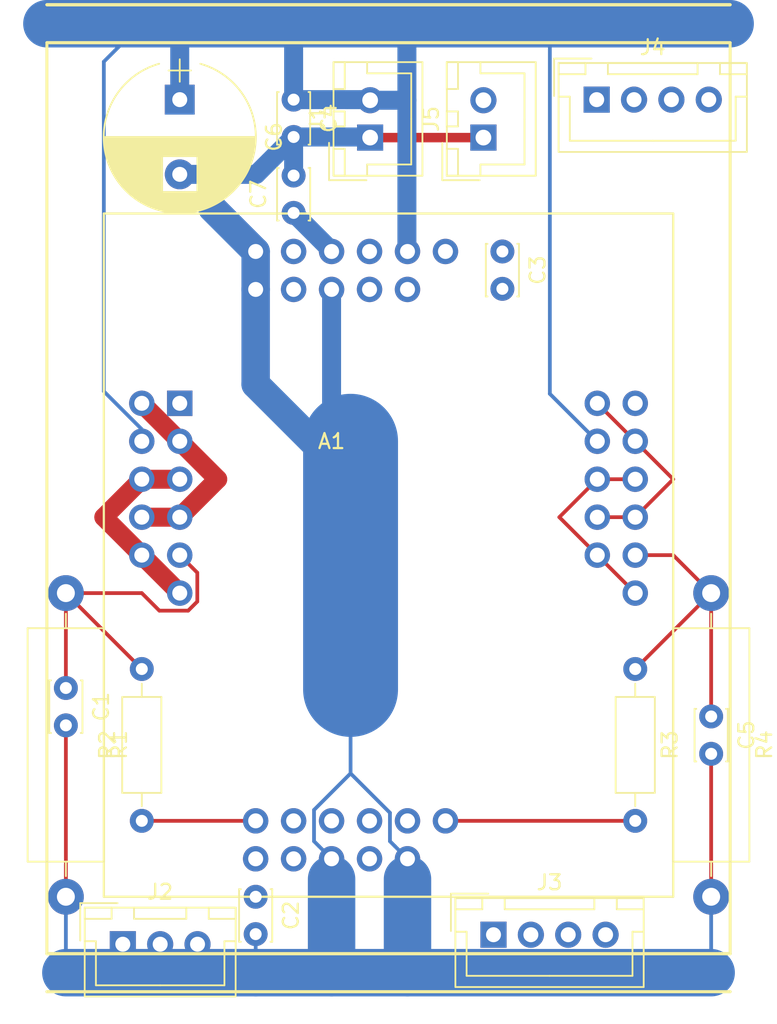
<source format=kicad_pcb>
(kicad_pcb (version 20170123) (host pcbnew no-vcs-found-c78a2ba~59~ubuntu16.10.1)

  (general
    (thickness 1.6)
    (drawings 14)
    (tracks 89)
    (zones 0)
    (modules 17)
    (nets 27)
  )

  (page A4)
  (layers
    (0 F.Cu signal)
    (31 B.Cu signal)
    (32 B.Adhes user hide)
    (33 F.Adhes user hide)
    (34 B.Paste user hide)
    (35 F.Paste user hide)
    (36 B.SilkS user)
    (37 F.SilkS user)
    (38 B.Mask user hide)
    (39 F.Mask user hide)
    (40 Dwgs.User user hide)
    (41 Cmts.User user hide)
    (42 Eco1.User user hide)
    (43 Eco2.User user hide)
    (44 Edge.Cuts user hide)
    (45 Margin user hide)
    (46 B.CrtYd user hide)
    (47 F.CrtYd user hide)
    (48 B.Fab user)
    (49 F.Fab user)
  )

  (setup
    (last_trace_width 0.25)
    (trace_clearance 0.2)
    (zone_clearance 0.508)
    (zone_45_only no)
    (trace_min 0.2)
    (segment_width 0.2)
    (edge_width 0.15)
    (via_size 0.8)
    (via_drill 0.4)
    (via_min_size 0.4)
    (via_min_drill 0.3)
    (uvia_size 0.3)
    (uvia_drill 0.1)
    (uvias_allowed no)
    (uvia_min_size 0.2)
    (uvia_min_drill 0.1)
    (pcb_text_width 0.3)
    (pcb_text_size 1.5 1.5)
    (mod_edge_width 0.15)
    (mod_text_size 1 1)
    (mod_text_width 0.15)
    (pad_size 1.524 1.524)
    (pad_drill 0.762)
    (pad_to_mask_clearance 0.2)
    (aux_axis_origin 0 0)
    (visible_elements FFFFEFFF)
    (pcbplotparams
      (layerselection 0x00030_ffffffff)
      (usegerberextensions false)
      (excludeedgelayer true)
      (linewidth 0.100000)
      (plotframeref false)
      (viasonmask false)
      (mode 1)
      (useauxorigin false)
      (hpglpennumber 1)
      (hpglpenspeed 20)
      (hpglpendiameter 15)
      (psnegative false)
      (psa4output false)
      (plotreference true)
      (plotvalue true)
      (plotinvisibletext false)
      (padsonsilk false)
      (subtractmaskfromsilk false)
      (outputformat 1)
      (mirror false)
      (drillshape 1)
      (scaleselection 1)
      (outputdirectory ""))
  )

  (net 0 "")
  (net 1 "Net-(A1-Pad1)")
  (net 2 "Net-(A1-Pad48)")
  (net 3 "Net-(A1-Pad54)")
  (net 4 "Net-(A1-Pad57)")
  (net 5 "Net-(A1-Pad58)")
  (net 6 "Net-(A1-Pad25)")
  (net 7 GND)
  (net 8 /DIR)
  (net 9 +3V3)
  (net 10 /STEP)
  (net 11 +VM)
  (net 12 /CSN)
  (net 13 /ENN)
  (net 14 /VHS)
  (net 15 /SDO)
  (net 16 /SCK)
  (net 17 /SDI)
  (net 18 /5VOUT)
  (net 19 /BRA)
  (net 20 /BRB)
  (net 21 /SRA)
  (net 22 /SRB)
  (net 23 /OA2)
  (net 24 /OA1)
  (net 25 /OB1)
  (net 26 /OB2)

  (net_class Default "This is the default net class."
    (clearance 0.2)
    (trace_width 0.25)
    (via_dia 0.8)
    (via_drill 0.4)
    (uvia_dia 0.3)
    (uvia_drill 0.1)
    (add_net +3V3)
    (add_net +VM)
    (add_net /5VOUT)
    (add_net /BRA)
    (add_net /BRB)
    (add_net /CSN)
    (add_net /DIR)
    (add_net /ENN)
    (add_net /OA1)
    (add_net /OA2)
    (add_net /OB1)
    (add_net /OB2)
    (add_net /SCK)
    (add_net /SDI)
    (add_net /SDO)
    (add_net /SRA)
    (add_net /SRB)
    (add_net /STEP)
    (add_net /VHS)
    (add_net GND)
    (add_net "Net-(A1-Pad1)")
    (add_net "Net-(A1-Pad25)")
    (add_net "Net-(A1-Pad48)")
    (add_net "Net-(A1-Pad54)")
    (add_net "Net-(A1-Pad57)")
    (add_net "Net-(A1-Pad58)")
  )

  (module cnc:TMC261_Breakout (layer F.Cu) (tedit 5A19B05C) (tstamp 5A1A6627)
    (at 78.74 63.5)
    (path /5A19B038)
    (fp_text reference A1 (at 10.16 2.54) (layer F.SilkS)
      (effects (font (size 1 1) (thickness 0.15)))
    )
    (fp_text value tmc261_breakout (at 15.24 5.08) (layer F.Fab)
      (effects (font (size 1 1) (thickness 0.15)))
    )
    (fp_text user %R (at 15.24 2.54 180) (layer F.Fab)
      (effects (font (size 1 1) (thickness 0.15)))
    )
    (fp_line (start -3.81 13.97) (end -3.81 -1.27) (layer F.Fab) (width 0.1))
    (fp_line (start 1.27 -1.27) (end 1.27 13.97) (layer F.Fab) (width 0.1))
    (fp_line (start -3.81 -1.27) (end 1.27 -1.27) (layer F.Fab) (width 0.1))
    (fp_line (start -3.81 13.97) (end 1.27 13.97) (layer F.Fab) (width 0.1))
    (fp_line (start 31.75 13.97) (end 26.67 13.97) (layer F.Fab) (width 0.1))
    (fp_line (start 31.75 -1.27) (end 26.67 -1.27) (layer F.Fab) (width 0.1))
    (fp_line (start 26.67 -1.27) (end 26.67 13.97) (layer F.Fab) (width 0.1))
    (fp_line (start 31.75 13.97) (end 31.75 -1.27) (layer F.Fab) (width 0.1))
    (fp_line (start 19.05 -11.43) (end 3.81 -11.43) (layer F.Fab) (width 0.1))
    (fp_line (start 3.81 -6.35) (end 19.05 -6.35) (layer F.Fab) (width 0.1))
    (fp_line (start 3.81 -11.43) (end 3.81 -6.35) (layer F.Fab) (width 0.1))
    (fp_line (start 19.05 -11.43) (end 19.05 -6.35) (layer F.Fab) (width 0.1))
    (fp_line (start 19.05 26.67) (end 19.05 31.75) (layer F.Fab) (width 0.1))
    (fp_line (start 3.81 26.67) (end 3.81 31.75) (layer F.Fab) (width 0.1))
    (fp_line (start 3.81 31.75) (end 19.05 31.75) (layer F.Fab) (width 0.1))
    (fp_line (start 19.05 26.67) (end 3.81 26.67) (layer F.Fab) (width 0.1))
    (fp_line (start -5.08 33.02) (end -5.08 -12.7) (layer F.SilkS) (width 0.15))
    (fp_line (start 33.02 33.02) (end -5.08 33.02) (layer F.SilkS) (width 0.15))
    (fp_line (start 33.02 -12.7) (end 33.02 33.02) (layer F.SilkS) (width 0.15))
    (fp_line (start -5.08 -12.7) (end 33.02 -12.7) (layer F.SilkS) (width 0.15))
    (pad 5 thru_hole oval (at 0 5.08) (size 1.7 1.7) (drill 1) (layers *.Cu *.Mask)
      (net 23 /OA2))
    (pad 3 thru_hole oval (at 0 2.54) (size 1.7 1.7) (drill 1) (layers *.Cu *.Mask)
      (net 24 /OA1))
    (pad 1 thru_hole rect (at 0 0) (size 1.7 1.7) (drill 1) (layers *.Cu *.Mask)
      (net 1 "Net-(A1-Pad1)"))
    (pad 9 thru_hole oval (at 0 10.16) (size 1.7 1.7) (drill 1) (layers *.Cu *.Mask)
      (net 19 /BRA))
    (pad 11 thru_hole oval (at 0 12.7) (size 1.7 1.7) (drill 1) (layers *.Cu *.Mask)
      (net 23 /OA2))
    (pad 7 thru_hole oval (at 0 7.62) (size 1.7 1.7) (drill 1) (layers *.Cu *.Mask)
      (net 24 /OA1))
    (pad 8 thru_hole oval (at -2.54 7.62) (size 1.7 1.7) (drill 1) (layers *.Cu *.Mask)
      (net 24 /OA1))
    (pad 6 thru_hole oval (at -2.54 5.08) (size 1.7 1.7) (drill 1) (layers *.Cu *.Mask)
      (net 23 /OA2))
    (pad 4 thru_hole oval (at -2.54 2.54) (size 1.7 1.7) (drill 1) (layers *.Cu *.Mask)
      (net 11 +VM))
    (pad 10 thru_hole oval (at -2.54 10.16) (size 1.7 1.7) (drill 1) (layers *.Cu *.Mask)
      (net 23 /OA2))
    (pad 2 thru_hole oval (at -2.54 0) (size 1.7 1.7) (drill 1) (layers *.Cu *.Mask)
      (net 24 /OA1))
    (pad 48 thru_hole oval (at 30.48 0) (size 1.7 1.7) (drill 1) (layers *.Cu *.Mask)
      (net 2 "Net-(A1-Pad48)"))
    (pad 40 thru_hole oval (at 30.48 10.16) (size 1.7 1.7) (drill 1) (layers *.Cu *.Mask)
      (net 20 /BRB))
    (pad 46 thru_hole oval (at 30.48 2.54) (size 1.7 1.7) (drill 1) (layers *.Cu *.Mask)
      (net 25 /OB1))
    (pad 44 thru_hole oval (at 30.48 5.08) (size 1.7 1.7) (drill 1) (layers *.Cu *.Mask)
      (net 26 /OB2))
    (pad 42 thru_hole oval (at 30.48 7.62) (size 1.7 1.7) (drill 1) (layers *.Cu *.Mask)
      (net 25 /OB1))
    (pad 41 thru_hole oval (at 27.94 7.62) (size 1.7 1.7) (drill 1) (layers *.Cu *.Mask)
      (net 25 /OB1))
    (pad 38 thru_hole oval (at 30.48 12.7) (size 1.7 1.7) (drill 1) (layers *.Cu *.Mask)
      (net 26 /OB2))
    (pad 39 thru_hole oval (at 27.94 10.16) (size 1.7 1.7) (drill 1) (layers *.Cu *.Mask)
      (net 26 /OB2))
    (pad 45 thru_hole oval (at 27.94 2.54) (size 1.7 1.7) (drill 1) (layers *.Cu *.Mask)
      (net 11 +VM))
    (pad 43 thru_hole oval (at 27.94 5.08) (size 1.7 1.7) (drill 1) (layers *.Cu *.Mask)
      (net 26 /OB2))
    (pad 47 thru_hole oval (at 27.94 0) (size 1.7 1.7) (drill 1) (layers *.Cu *.Mask)
      (net 25 /OB1))
    (pad 63 thru_hole oval (at 5.08 -7.62 90) (size 1.7 1.7) (drill 1) (layers *.Cu *.Mask)
      (net 7 GND))
    (pad 59 thru_hole oval (at 10.16 -7.62 90) (size 1.7 1.7) (drill 1) (layers *.Cu *.Mask)
      (net 7 GND))
    (pad 61 thru_hole oval (at 7.62 -7.62 90) (size 1.7 1.7) (drill 1) (layers *.Cu *.Mask)
      (net 8 /DIR))
    (pad 55 thru_hole oval (at 15.24 -7.62 90) (size 1.7 1.7) (drill 1) (layers *.Cu *.Mask)
      (net 14 /VHS))
    (pad 54 thru_hole oval (at 17.78 -10.16 90) (size 1.7 1.7) (drill 1) (layers *.Cu *.Mask)
      (net 3 "Net-(A1-Pad54)"))
    (pad 57 thru_hole oval (at 12.7 -7.62 90) (size 1.7 1.7) (drill 1) (layers *.Cu *.Mask)
      (net 4 "Net-(A1-Pad57)"))
    (pad 58 thru_hole oval (at 12.7 -10.16 90) (size 1.7 1.7) (drill 1) (layers *.Cu *.Mask)
      (net 5 "Net-(A1-Pad58)"))
    (pad 60 thru_hole oval (at 10.16 -10.16 90) (size 1.7 1.7) (drill 1) (layers *.Cu *.Mask)
      (net 9 +3V3))
    (pad 62 thru_hole oval (at 7.62 -10.16 90) (size 1.7 1.7) (drill 1) (layers *.Cu *.Mask)
      (net 10 /STEP))
    (pad 56 thru_hole oval (at 15.24 -10.16 90) (size 1.7 1.7) (drill 1) (layers *.Cu *.Mask)
      (net 11 +VM))
    (pad 64 thru_hole oval (at 5.08 -10.16 90) (size 1.7 1.7) (drill 1) (layers *.Cu *.Mask)
      (net 7 GND))
    (pad 17 thru_hole oval (at 5.08 27.94 90) (size 1.7 1.7) (drill 1) (layers *.Cu *.Mask)
      (net 21 /SRA))
    (pad 25 thru_hole oval (at 15.24 27.94 90) (size 1.7 1.7) (drill 1) (layers *.Cu *.Mask)
      (net 6 "Net-(A1-Pad25)"))
    (pad 19 thru_hole oval (at 7.62 27.94 90) (size 1.7 1.7) (drill 1) (layers *.Cu *.Mask)
      (net 15 /SDO))
    (pad 21 thru_hole oval (at 10.16 27.94 90) (size 1.7 1.7) (drill 1) (layers *.Cu *.Mask)
      (net 16 /SCK))
    (pad 23 thru_hole oval (at 12.7 27.94 90) (size 1.7 1.7) (drill 1) (layers *.Cu *.Mask)
      (net 12 /CSN))
    (pad 24 thru_hole oval (at 12.7 30.48 90) (size 1.7 1.7) (drill 1) (layers *.Cu *.Mask)
      (net 13 /ENN))
    (pad 27 thru_hole oval (at 17.78 27.94 90) (size 1.7 1.7) (drill 1) (layers *.Cu *.Mask)
      (net 22 /SRB))
    (pad 26 thru_hole oval (at 15.24 30.48 90) (size 1.7 1.7) (drill 1) (layers *.Cu *.Mask)
      (net 7 GND))
    (pad 20 thru_hole oval (at 7.62 30.48 90) (size 1.7 1.7) (drill 1) (layers *.Cu *.Mask)
      (net 17 /SDI))
    (pad 22 thru_hole oval (at 10.16 30.48 90) (size 1.7 1.7) (drill 1) (layers *.Cu *.Mask)
      (net 7 GND))
    (pad 18 thru_hole oval (at 5.08 30.48 90) (size 1.7 1.7) (drill 1) (layers *.Cu *.Mask)
      (net 18 /5VOUT))
  )

  (module Resistors_THT:R_Axial_DIN0516_L15.5mm_D5.0mm_P20.32mm_Horizontal (layer F.Cu) (tedit 5874F706) (tstamp 5A1B1012)
    (at 71.12 76.2 270)
    (descr "Resistor, Axial_DIN0516 series, Axial, Horizontal, pin pitch=20.32mm, 2W, length*diameter=15.5*5mm^2, http://cdn-reichelt.de/documents/datenblatt/B400/1_4W%23YAG.pdf")
    (tags "Resistor Axial_DIN0516 series Axial Horizontal pin pitch 20.32mm 2W length 15.5mm diameter 5mm")
    (path /5A19BD3E)
    (fp_text reference R1 (at 10.16 -3.56 270) (layer F.SilkS)
      (effects (font (size 1 1) (thickness 0.15)))
    )
    (fp_text value 0.07 (at 10.16 3.56 270) (layer F.Fab)
      (effects (font (size 1 1) (thickness 0.15)))
    )
    (fp_line (start 21.8 -2.85) (end -1.45 -2.85) (layer F.CrtYd) (width 0.05))
    (fp_line (start 21.8 2.85) (end 21.8 -2.85) (layer F.CrtYd) (width 0.05))
    (fp_line (start -1.45 2.85) (end 21.8 2.85) (layer F.CrtYd) (width 0.05))
    (fp_line (start -1.45 -2.85) (end -1.45 2.85) (layer F.CrtYd) (width 0.05))
    (fp_line (start 18.94 0) (end 17.97 0) (layer F.SilkS) (width 0.12))
    (fp_line (start 1.38 0) (end 2.35 0) (layer F.SilkS) (width 0.12))
    (fp_line (start 17.97 -2.56) (end 2.35 -2.56) (layer F.SilkS) (width 0.12))
    (fp_line (start 17.97 2.56) (end 17.97 -2.56) (layer F.SilkS) (width 0.12))
    (fp_line (start 2.35 2.56) (end 17.97 2.56) (layer F.SilkS) (width 0.12))
    (fp_line (start 2.35 -2.56) (end 2.35 2.56) (layer F.SilkS) (width 0.12))
    (fp_line (start 20.32 0) (end 17.91 0) (layer F.Fab) (width 0.1))
    (fp_line (start 0 0) (end 2.41 0) (layer F.Fab) (width 0.1))
    (fp_line (start 17.91 -2.5) (end 2.41 -2.5) (layer F.Fab) (width 0.1))
    (fp_line (start 17.91 2.5) (end 17.91 -2.5) (layer F.Fab) (width 0.1))
    (fp_line (start 2.41 2.5) (end 17.91 2.5) (layer F.Fab) (width 0.1))
    (fp_line (start 2.41 -2.5) (end 2.41 2.5) (layer F.Fab) (width 0.1))
    (pad 2 thru_hole oval (at 20.32 0 270) (size 2.4 2.4) (drill 1.2) (layers *.Cu *.Mask)
      (net 7 GND))
    (pad 1 thru_hole circle (at 0 0 270) (size 2.4 2.4) (drill 1.2) (layers *.Cu *.Mask)
      (net 19 /BRA))
    (model ${KISYS3DMOD}/Resistors_THT.3dshapes/R_Axial_DIN0516_L15.5mm_D5.0mm_P20.32mm_Horizontal.wrl
      (at (xyz 0 0 0))
      (scale (xyz 0.393701 0.393701 0.393701))
      (rotate (xyz 0 0 0))
    )
  )

  (module Resistors_THT:R_Axial_DIN0207_L6.3mm_D2.5mm_P10.16mm_Horizontal (layer F.Cu) (tedit 5874F706) (tstamp 5A1B1028)
    (at 76.2 91.44 90)
    (descr "Resistor, Axial_DIN0207 series, Axial, Horizontal, pin pitch=10.16mm, 0.25W = 1/4W, length*diameter=6.3*2.5mm^2, http://cdn-reichelt.de/documents/datenblatt/B400/1_4W%23YAG.pdf")
    (tags "Resistor Axial_DIN0207 series Axial Horizontal pin pitch 10.16mm 0.25W = 1/4W length 6.3mm diameter 2.5mm")
    (path /5A19C5CA)
    (fp_text reference R2 (at 5.08 -2.31 90) (layer F.SilkS)
      (effects (font (size 1 1) (thickness 0.15)))
    )
    (fp_text value 10 (at 5.08 2.31 90) (layer F.Fab)
      (effects (font (size 1 1) (thickness 0.15)))
    )
    (fp_line (start 11.25 -1.6) (end -1.05 -1.6) (layer F.CrtYd) (width 0.05))
    (fp_line (start 11.25 1.6) (end 11.25 -1.6) (layer F.CrtYd) (width 0.05))
    (fp_line (start -1.05 1.6) (end 11.25 1.6) (layer F.CrtYd) (width 0.05))
    (fp_line (start -1.05 -1.6) (end -1.05 1.6) (layer F.CrtYd) (width 0.05))
    (fp_line (start 9.18 0) (end 8.29 0) (layer F.SilkS) (width 0.12))
    (fp_line (start 0.98 0) (end 1.87 0) (layer F.SilkS) (width 0.12))
    (fp_line (start 8.29 -1.31) (end 1.87 -1.31) (layer F.SilkS) (width 0.12))
    (fp_line (start 8.29 1.31) (end 8.29 -1.31) (layer F.SilkS) (width 0.12))
    (fp_line (start 1.87 1.31) (end 8.29 1.31) (layer F.SilkS) (width 0.12))
    (fp_line (start 1.87 -1.31) (end 1.87 1.31) (layer F.SilkS) (width 0.12))
    (fp_line (start 10.16 0) (end 8.23 0) (layer F.Fab) (width 0.1))
    (fp_line (start 0 0) (end 1.93 0) (layer F.Fab) (width 0.1))
    (fp_line (start 8.23 -1.25) (end 1.93 -1.25) (layer F.Fab) (width 0.1))
    (fp_line (start 8.23 1.25) (end 8.23 -1.25) (layer F.Fab) (width 0.1))
    (fp_line (start 1.93 1.25) (end 8.23 1.25) (layer F.Fab) (width 0.1))
    (fp_line (start 1.93 -1.25) (end 1.93 1.25) (layer F.Fab) (width 0.1))
    (pad 2 thru_hole oval (at 10.16 0 90) (size 1.6 1.6) (drill 0.8) (layers *.Cu *.Mask)
      (net 19 /BRA))
    (pad 1 thru_hole circle (at 0 0 90) (size 1.6 1.6) (drill 0.8) (layers *.Cu *.Mask)
      (net 21 /SRA))
    (model ${KISYS3DMOD}/Resistors_THT.3dshapes/R_Axial_DIN0207_L6.3mm_D2.5mm_P10.16mm_Horizontal.wrl
      (at (xyz 0 0 0))
      (scale (xyz 0.393701 0.393701 0.393701))
      (rotate (xyz 0 0 0))
    )
  )

  (module Resistors_THT:R_Axial_DIN0207_L6.3mm_D2.5mm_P10.16mm_Horizontal (layer F.Cu) (tedit 5874F706) (tstamp 5A1B103E)
    (at 109.22 81.28 270)
    (descr "Resistor, Axial_DIN0207 series, Axial, Horizontal, pin pitch=10.16mm, 0.25W = 1/4W, length*diameter=6.3*2.5mm^2, http://cdn-reichelt.de/documents/datenblatt/B400/1_4W%23YAG.pdf")
    (tags "Resistor Axial_DIN0207 series Axial Horizontal pin pitch 10.16mm 0.25W = 1/4W length 6.3mm diameter 2.5mm")
    (path /5A19C822)
    (fp_text reference R3 (at 5.08 -2.31 270) (layer F.SilkS)
      (effects (font (size 1 1) (thickness 0.15)))
    )
    (fp_text value 10 (at 5.08 2.31 270) (layer F.Fab)
      (effects (font (size 1 1) (thickness 0.15)))
    )
    (fp_line (start 1.93 -1.25) (end 1.93 1.25) (layer F.Fab) (width 0.1))
    (fp_line (start 1.93 1.25) (end 8.23 1.25) (layer F.Fab) (width 0.1))
    (fp_line (start 8.23 1.25) (end 8.23 -1.25) (layer F.Fab) (width 0.1))
    (fp_line (start 8.23 -1.25) (end 1.93 -1.25) (layer F.Fab) (width 0.1))
    (fp_line (start 0 0) (end 1.93 0) (layer F.Fab) (width 0.1))
    (fp_line (start 10.16 0) (end 8.23 0) (layer F.Fab) (width 0.1))
    (fp_line (start 1.87 -1.31) (end 1.87 1.31) (layer F.SilkS) (width 0.12))
    (fp_line (start 1.87 1.31) (end 8.29 1.31) (layer F.SilkS) (width 0.12))
    (fp_line (start 8.29 1.31) (end 8.29 -1.31) (layer F.SilkS) (width 0.12))
    (fp_line (start 8.29 -1.31) (end 1.87 -1.31) (layer F.SilkS) (width 0.12))
    (fp_line (start 0.98 0) (end 1.87 0) (layer F.SilkS) (width 0.12))
    (fp_line (start 9.18 0) (end 8.29 0) (layer F.SilkS) (width 0.12))
    (fp_line (start -1.05 -1.6) (end -1.05 1.6) (layer F.CrtYd) (width 0.05))
    (fp_line (start -1.05 1.6) (end 11.25 1.6) (layer F.CrtYd) (width 0.05))
    (fp_line (start 11.25 1.6) (end 11.25 -1.6) (layer F.CrtYd) (width 0.05))
    (fp_line (start 11.25 -1.6) (end -1.05 -1.6) (layer F.CrtYd) (width 0.05))
    (pad 1 thru_hole circle (at 0 0 270) (size 1.6 1.6) (drill 0.8) (layers *.Cu *.Mask)
      (net 20 /BRB))
    (pad 2 thru_hole oval (at 10.16 0 270) (size 1.6 1.6) (drill 0.8) (layers *.Cu *.Mask)
      (net 22 /SRB))
    (model ${KISYS3DMOD}/Resistors_THT.3dshapes/R_Axial_DIN0207_L6.3mm_D2.5mm_P10.16mm_Horizontal.wrl
      (at (xyz 0 0 0))
      (scale (xyz 0.393701 0.393701 0.393701))
      (rotate (xyz 0 0 0))
    )
  )

  (module Resistors_THT:R_Axial_DIN0516_L15.5mm_D5.0mm_P20.32mm_Horizontal (layer F.Cu) (tedit 5874F706) (tstamp 5A1B1054)
    (at 114.3 76.2 270)
    (descr "Resistor, Axial_DIN0516 series, Axial, Horizontal, pin pitch=20.32mm, 2W, length*diameter=15.5*5mm^2, http://cdn-reichelt.de/documents/datenblatt/B400/1_4W%23YAG.pdf")
    (tags "Resistor Axial_DIN0516 series Axial Horizontal pin pitch 20.32mm 2W length 15.5mm diameter 5mm")
    (path /5A19C49E)
    (fp_text reference R4 (at 10.16 -3.56 270) (layer F.SilkS)
      (effects (font (size 1 1) (thickness 0.15)))
    )
    (fp_text value 0.07 (at 10.16 3.56 270) (layer F.Fab)
      (effects (font (size 1 1) (thickness 0.15)))
    )
    (fp_line (start 2.41 -2.5) (end 2.41 2.5) (layer F.Fab) (width 0.1))
    (fp_line (start 2.41 2.5) (end 17.91 2.5) (layer F.Fab) (width 0.1))
    (fp_line (start 17.91 2.5) (end 17.91 -2.5) (layer F.Fab) (width 0.1))
    (fp_line (start 17.91 -2.5) (end 2.41 -2.5) (layer F.Fab) (width 0.1))
    (fp_line (start 0 0) (end 2.41 0) (layer F.Fab) (width 0.1))
    (fp_line (start 20.32 0) (end 17.91 0) (layer F.Fab) (width 0.1))
    (fp_line (start 2.35 -2.56) (end 2.35 2.56) (layer F.SilkS) (width 0.12))
    (fp_line (start 2.35 2.56) (end 17.97 2.56) (layer F.SilkS) (width 0.12))
    (fp_line (start 17.97 2.56) (end 17.97 -2.56) (layer F.SilkS) (width 0.12))
    (fp_line (start 17.97 -2.56) (end 2.35 -2.56) (layer F.SilkS) (width 0.12))
    (fp_line (start 1.38 0) (end 2.35 0) (layer F.SilkS) (width 0.12))
    (fp_line (start 18.94 0) (end 17.97 0) (layer F.SilkS) (width 0.12))
    (fp_line (start -1.45 -2.85) (end -1.45 2.85) (layer F.CrtYd) (width 0.05))
    (fp_line (start -1.45 2.85) (end 21.8 2.85) (layer F.CrtYd) (width 0.05))
    (fp_line (start 21.8 2.85) (end 21.8 -2.85) (layer F.CrtYd) (width 0.05))
    (fp_line (start 21.8 -2.85) (end -1.45 -2.85) (layer F.CrtYd) (width 0.05))
    (pad 1 thru_hole circle (at 0 0 270) (size 2.4 2.4) (drill 1.2) (layers *.Cu *.Mask)
      (net 20 /BRB))
    (pad 2 thru_hole oval (at 20.32 0 270) (size 2.4 2.4) (drill 1.2) (layers *.Cu *.Mask)
      (net 7 GND))
    (model ${KISYS3DMOD}/Resistors_THT.3dshapes/R_Axial_DIN0516_L15.5mm_D5.0mm_P20.32mm_Horizontal.wrl
      (at (xyz 0 0 0))
      (scale (xyz 0.393701 0.393701 0.393701))
      (rotate (xyz 0 0 0))
    )
  )

  (module Capacitors_THT:C_Disc_D3.4mm_W2.1mm_P2.50mm (layer F.Cu) (tedit 597BC7C2) (tstamp 5A1B1A8B)
    (at 83.82 96.52 270)
    (descr "C, Disc series, Radial, pin pitch=2.50mm, , diameter*width=3.4*2.1mm^2, Capacitor, http://www.vishay.com/docs/45233/krseries.pdf")
    (tags "C Disc series Radial pin pitch 2.50mm  diameter 3.4mm width 2.1mm Capacitor")
    (path /5A19D543)
    (fp_text reference C2 (at 1.25 -2.36 270) (layer F.SilkS)
      (effects (font (size 1 1) (thickness 0.15)))
    )
    (fp_text value 470nF (at 1.25 2.36 270) (layer F.Fab)
      (effects (font (size 1 1) (thickness 0.15)))
    )
    (fp_line (start -0.45 -1.05) (end -0.45 1.05) (layer F.Fab) (width 0.1))
    (fp_line (start -0.45 1.05) (end 2.95 1.05) (layer F.Fab) (width 0.1))
    (fp_line (start 2.95 1.05) (end 2.95 -1.05) (layer F.Fab) (width 0.1))
    (fp_line (start 2.95 -1.05) (end -0.45 -1.05) (layer F.Fab) (width 0.1))
    (fp_line (start -0.51 -1.11) (end 3.01 -1.11) (layer F.SilkS) (width 0.12))
    (fp_line (start -0.51 1.11) (end 3.01 1.11) (layer F.SilkS) (width 0.12))
    (fp_line (start -0.51 -1.11) (end -0.51 -0.996) (layer F.SilkS) (width 0.12))
    (fp_line (start -0.51 0.996) (end -0.51 1.11) (layer F.SilkS) (width 0.12))
    (fp_line (start 3.01 -1.11) (end 3.01 -0.996) (layer F.SilkS) (width 0.12))
    (fp_line (start 3.01 0.996) (end 3.01 1.11) (layer F.SilkS) (width 0.12))
    (fp_line (start -1.05 -1.4) (end -1.05 1.4) (layer F.CrtYd) (width 0.05))
    (fp_line (start -1.05 1.4) (end 3.55 1.4) (layer F.CrtYd) (width 0.05))
    (fp_line (start 3.55 1.4) (end 3.55 -1.4) (layer F.CrtYd) (width 0.05))
    (fp_line (start 3.55 -1.4) (end -1.05 -1.4) (layer F.CrtYd) (width 0.05))
    (fp_text user %R (at 1.25 0 270) (layer F.Fab)
      (effects (font (size 1 1) (thickness 0.15)))
    )
    (pad 1 thru_hole circle (at 0 0 270) (size 1.6 1.6) (drill 0.8) (layers *.Cu *.Mask)
      (net 18 /5VOUT))
    (pad 2 thru_hole circle (at 2.5 0 270) (size 1.6 1.6) (drill 0.8) (layers *.Cu *.Mask)
      (net 7 GND))
    (model ${KISYS3DMOD}/Capacitors_THT.3dshapes/C_Disc_D3.4mm_W2.1mm_P2.50mm.wrl
      (at (xyz 0 0 0))
      (scale (xyz 1 1 1))
      (rotate (xyz 0 0 0))
    )
  )

  (module Capacitors_THT:C_Disc_D3.4mm_W2.1mm_P2.50mm (layer F.Cu) (tedit 597BC7C2) (tstamp 5A1B4D29)
    (at 71.12 82.55 270)
    (descr "C, Disc series, Radial, pin pitch=2.50mm, , diameter*width=3.4*2.1mm^2, Capacitor, http://www.vishay.com/docs/45233/krseries.pdf")
    (tags "C Disc series Radial pin pitch 2.50mm  diameter 3.4mm width 2.1mm Capacitor")
    (path /5A19BE9C)
    (fp_text reference C1 (at 1.25 -2.36 270) (layer F.SilkS)
      (effects (font (size 1 1) (thickness 0.15)))
    )
    (fp_text value 470nF (at 1.25 2.36 270) (layer F.Fab)
      (effects (font (size 1 1) (thickness 0.15)))
    )
    (fp_text user %R (at 1.25 0 270) (layer F.Fab)
      (effects (font (size 1 1) (thickness 0.15)))
    )
    (fp_line (start 3.55 -1.4) (end -1.05 -1.4) (layer F.CrtYd) (width 0.05))
    (fp_line (start 3.55 1.4) (end 3.55 -1.4) (layer F.CrtYd) (width 0.05))
    (fp_line (start -1.05 1.4) (end 3.55 1.4) (layer F.CrtYd) (width 0.05))
    (fp_line (start -1.05 -1.4) (end -1.05 1.4) (layer F.CrtYd) (width 0.05))
    (fp_line (start 3.01 0.996) (end 3.01 1.11) (layer F.SilkS) (width 0.12))
    (fp_line (start 3.01 -1.11) (end 3.01 -0.996) (layer F.SilkS) (width 0.12))
    (fp_line (start -0.51 0.996) (end -0.51 1.11) (layer F.SilkS) (width 0.12))
    (fp_line (start -0.51 -1.11) (end -0.51 -0.996) (layer F.SilkS) (width 0.12))
    (fp_line (start -0.51 1.11) (end 3.01 1.11) (layer F.SilkS) (width 0.12))
    (fp_line (start -0.51 -1.11) (end 3.01 -1.11) (layer F.SilkS) (width 0.12))
    (fp_line (start 2.95 -1.05) (end -0.45 -1.05) (layer F.Fab) (width 0.1))
    (fp_line (start 2.95 1.05) (end 2.95 -1.05) (layer F.Fab) (width 0.1))
    (fp_line (start -0.45 1.05) (end 2.95 1.05) (layer F.Fab) (width 0.1))
    (fp_line (start -0.45 -1.05) (end -0.45 1.05) (layer F.Fab) (width 0.1))
    (pad 2 thru_hole circle (at 2.5 0 270) (size 1.6 1.6) (drill 0.8) (layers *.Cu *.Mask)
      (net 7 GND))
    (pad 1 thru_hole circle (at 0 0 270) (size 1.6 1.6) (drill 0.8) (layers *.Cu *.Mask)
      (net 19 /BRA))
    (model ${KISYS3DMOD}/Capacitors_THT.3dshapes/C_Disc_D3.4mm_W2.1mm_P2.50mm.wrl
      (at (xyz 0 0 0))
      (scale (xyz 1 1 1))
      (rotate (xyz 0 0 0))
    )
  )

  (module Capacitors_THT:C_Disc_D3.4mm_W2.1mm_P2.50mm (layer F.Cu) (tedit 597BC7C2) (tstamp 5A1B4D3E)
    (at 100.33 53.34 270)
    (descr "C, Disc series, Radial, pin pitch=2.50mm, , diameter*width=3.4*2.1mm^2, Capacitor, http://www.vishay.com/docs/45233/krseries.pdf")
    (tags "C Disc series Radial pin pitch 2.50mm  diameter 3.4mm width 2.1mm Capacitor")
    (path /5A19D07E)
    (fp_text reference C3 (at 1.25 -2.36 270) (layer F.SilkS)
      (effects (font (size 1 1) (thickness 0.15)))
    )
    (fp_text value "100nF, 16V" (at 1.25 2.36 270) (layer F.Fab)
      (effects (font (size 1 1) (thickness 0.15)))
    )
    (fp_text user %R (at 1.25 0 270) (layer F.Fab)
      (effects (font (size 1 1) (thickness 0.15)))
    )
    (fp_line (start 3.55 -1.4) (end -1.05 -1.4) (layer F.CrtYd) (width 0.05))
    (fp_line (start 3.55 1.4) (end 3.55 -1.4) (layer F.CrtYd) (width 0.05))
    (fp_line (start -1.05 1.4) (end 3.55 1.4) (layer F.CrtYd) (width 0.05))
    (fp_line (start -1.05 -1.4) (end -1.05 1.4) (layer F.CrtYd) (width 0.05))
    (fp_line (start 3.01 0.996) (end 3.01 1.11) (layer F.SilkS) (width 0.12))
    (fp_line (start 3.01 -1.11) (end 3.01 -0.996) (layer F.SilkS) (width 0.12))
    (fp_line (start -0.51 0.996) (end -0.51 1.11) (layer F.SilkS) (width 0.12))
    (fp_line (start -0.51 -1.11) (end -0.51 -0.996) (layer F.SilkS) (width 0.12))
    (fp_line (start -0.51 1.11) (end 3.01 1.11) (layer F.SilkS) (width 0.12))
    (fp_line (start -0.51 -1.11) (end 3.01 -1.11) (layer F.SilkS) (width 0.12))
    (fp_line (start 2.95 -1.05) (end -0.45 -1.05) (layer F.Fab) (width 0.1))
    (fp_line (start 2.95 1.05) (end 2.95 -1.05) (layer F.Fab) (width 0.1))
    (fp_line (start -0.45 1.05) (end 2.95 1.05) (layer F.Fab) (width 0.1))
    (fp_line (start -0.45 -1.05) (end -0.45 1.05) (layer F.Fab) (width 0.1))
    (pad 2 thru_hole circle (at 2.5 0 270) (size 1.6 1.6) (drill 0.8) (layers *.Cu *.Mask)
      (net 14 /VHS))
    (pad 1 thru_hole circle (at 0 0 270) (size 1.6 1.6) (drill 0.8) (layers *.Cu *.Mask)
      (net 11 +VM))
    (model ${KISYS3DMOD}/Capacitors_THT.3dshapes/C_Disc_D3.4mm_W2.1mm_P2.50mm.wrl
      (at (xyz 0 0 0))
      (scale (xyz 1 1 1))
      (rotate (xyz 0 0 0))
    )
  )

  (module Capacitors_THT:C_Disc_D3.4mm_W2.1mm_P2.50mm (layer F.Cu) (tedit 597BC7C2) (tstamp 5A1B4D53)
    (at 86.36 43.18 270)
    (descr "C, Disc series, Radial, pin pitch=2.50mm, , diameter*width=3.4*2.1mm^2, Capacitor, http://www.vishay.com/docs/45233/krseries.pdf")
    (tags "C Disc series Radial pin pitch 2.50mm  diameter 3.4mm width 2.1mm Capacitor")
    (path /5A19E443)
    (fp_text reference C4 (at 1.25 -2.36 270) (layer F.SilkS)
      (effects (font (size 1 1) (thickness 0.15)))
    )
    (fp_text value "100nF, 50+V" (at 1.25 2.36 270) (layer F.Fab)
      (effects (font (size 1 1) (thickness 0.15)))
    )
    (fp_text user %R (at 1.25 0 270) (layer F.Fab)
      (effects (font (size 1 1) (thickness 0.15)))
    )
    (fp_line (start 3.55 -1.4) (end -1.05 -1.4) (layer F.CrtYd) (width 0.05))
    (fp_line (start 3.55 1.4) (end 3.55 -1.4) (layer F.CrtYd) (width 0.05))
    (fp_line (start -1.05 1.4) (end 3.55 1.4) (layer F.CrtYd) (width 0.05))
    (fp_line (start -1.05 -1.4) (end -1.05 1.4) (layer F.CrtYd) (width 0.05))
    (fp_line (start 3.01 0.996) (end 3.01 1.11) (layer F.SilkS) (width 0.12))
    (fp_line (start 3.01 -1.11) (end 3.01 -0.996) (layer F.SilkS) (width 0.12))
    (fp_line (start -0.51 0.996) (end -0.51 1.11) (layer F.SilkS) (width 0.12))
    (fp_line (start -0.51 -1.11) (end -0.51 -0.996) (layer F.SilkS) (width 0.12))
    (fp_line (start -0.51 1.11) (end 3.01 1.11) (layer F.SilkS) (width 0.12))
    (fp_line (start -0.51 -1.11) (end 3.01 -1.11) (layer F.SilkS) (width 0.12))
    (fp_line (start 2.95 -1.05) (end -0.45 -1.05) (layer F.Fab) (width 0.1))
    (fp_line (start 2.95 1.05) (end 2.95 -1.05) (layer F.Fab) (width 0.1))
    (fp_line (start -0.45 1.05) (end 2.95 1.05) (layer F.Fab) (width 0.1))
    (fp_line (start -0.45 -1.05) (end -0.45 1.05) (layer F.Fab) (width 0.1))
    (pad 2 thru_hole circle (at 2.5 0 270) (size 1.6 1.6) (drill 0.8) (layers *.Cu *.Mask)
      (net 7 GND))
    (pad 1 thru_hole circle (at 0 0 270) (size 1.6 1.6) (drill 0.8) (layers *.Cu *.Mask)
      (net 11 +VM))
    (model ${KISYS3DMOD}/Capacitors_THT.3dshapes/C_Disc_D3.4mm_W2.1mm_P2.50mm.wrl
      (at (xyz 0 0 0))
      (scale (xyz 1 1 1))
      (rotate (xyz 0 0 0))
    )
  )

  (module Capacitors_THT:C_Disc_D3.4mm_W2.1mm_P2.50mm (layer F.Cu) (tedit 597BC7C2) (tstamp 5A1B4D68)
    (at 114.3 84.455 270)
    (descr "C, Disc series, Radial, pin pitch=2.50mm, , diameter*width=3.4*2.1mm^2, Capacitor, http://www.vishay.com/docs/45233/krseries.pdf")
    (tags "C Disc series Radial pin pitch 2.50mm  diameter 3.4mm width 2.1mm Capacitor")
    (path /5A19C4AD)
    (fp_text reference C5 (at 1.25 -2.36 270) (layer F.SilkS)
      (effects (font (size 1 1) (thickness 0.15)))
    )
    (fp_text value 470nF (at 1.25 2.36 270) (layer F.Fab)
      (effects (font (size 1 1) (thickness 0.15)))
    )
    (fp_line (start -0.45 -1.05) (end -0.45 1.05) (layer F.Fab) (width 0.1))
    (fp_line (start -0.45 1.05) (end 2.95 1.05) (layer F.Fab) (width 0.1))
    (fp_line (start 2.95 1.05) (end 2.95 -1.05) (layer F.Fab) (width 0.1))
    (fp_line (start 2.95 -1.05) (end -0.45 -1.05) (layer F.Fab) (width 0.1))
    (fp_line (start -0.51 -1.11) (end 3.01 -1.11) (layer F.SilkS) (width 0.12))
    (fp_line (start -0.51 1.11) (end 3.01 1.11) (layer F.SilkS) (width 0.12))
    (fp_line (start -0.51 -1.11) (end -0.51 -0.996) (layer F.SilkS) (width 0.12))
    (fp_line (start -0.51 0.996) (end -0.51 1.11) (layer F.SilkS) (width 0.12))
    (fp_line (start 3.01 -1.11) (end 3.01 -0.996) (layer F.SilkS) (width 0.12))
    (fp_line (start 3.01 0.996) (end 3.01 1.11) (layer F.SilkS) (width 0.12))
    (fp_line (start -1.05 -1.4) (end -1.05 1.4) (layer F.CrtYd) (width 0.05))
    (fp_line (start -1.05 1.4) (end 3.55 1.4) (layer F.CrtYd) (width 0.05))
    (fp_line (start 3.55 1.4) (end 3.55 -1.4) (layer F.CrtYd) (width 0.05))
    (fp_line (start 3.55 -1.4) (end -1.05 -1.4) (layer F.CrtYd) (width 0.05))
    (fp_text user %R (at 1.25 0 270) (layer F.Fab)
      (effects (font (size 1 1) (thickness 0.15)))
    )
    (pad 1 thru_hole circle (at 0 0 270) (size 1.6 1.6) (drill 0.8) (layers *.Cu *.Mask)
      (net 20 /BRB))
    (pad 2 thru_hole circle (at 2.5 0 270) (size 1.6 1.6) (drill 0.8) (layers *.Cu *.Mask)
      (net 7 GND))
    (model ${KISYS3DMOD}/Capacitors_THT.3dshapes/C_Disc_D3.4mm_W2.1mm_P2.50mm.wrl
      (at (xyz 0 0 0))
      (scale (xyz 1 1 1))
      (rotate (xyz 0 0 0))
    )
  )

  (module Capacitors_THT:CP_Radial_D10.0mm_P5.00mm (layer F.Cu) (tedit 597BC7C2) (tstamp 5A1B4E36)
    (at 78.74 43.18 270)
    (descr "CP, Radial series, Radial, pin pitch=5.00mm, , diameter=10mm, Electrolytic Capacitor")
    (tags "CP Radial series Radial pin pitch 5.00mm  diameter 10mm Electrolytic Capacitor")
    (path /5A19E103)
    (fp_text reference C6 (at 2.5 -6.31 270) (layer F.SilkS)
      (effects (font (size 1 1) (thickness 0.15)))
    )
    (fp_text value "100uF, 63V" (at 2.5 6.31 270) (layer F.Fab)
      (effects (font (size 1 1) (thickness 0.15)))
    )
    (fp_text user %R (at 2.5 0 270) (layer F.Fab)
      (effects (font (size 1 1) (thickness 0.15)))
    )
    (fp_line (start 7.85 -5.35) (end -2.85 -5.35) (layer F.CrtYd) (width 0.05))
    (fp_line (start 7.85 5.35) (end 7.85 -5.35) (layer F.CrtYd) (width 0.05))
    (fp_line (start -2.85 5.35) (end 7.85 5.35) (layer F.CrtYd) (width 0.05))
    (fp_line (start -2.85 -5.35) (end -2.85 5.35) (layer F.CrtYd) (width 0.05))
    (fp_line (start -1.95 -0.75) (end -1.95 0.75) (layer F.SilkS) (width 0.12))
    (fp_line (start -2.7 0) (end -1.2 0) (layer F.SilkS) (width 0.12))
    (fp_line (start 7.581 -0.279) (end 7.581 0.279) (layer F.SilkS) (width 0.12))
    (fp_line (start 7.541 -0.672) (end 7.541 0.672) (layer F.SilkS) (width 0.12))
    (fp_line (start 7.501 -0.913) (end 7.501 0.913) (layer F.SilkS) (width 0.12))
    (fp_line (start 7.461 -1.104) (end 7.461 1.104) (layer F.SilkS) (width 0.12))
    (fp_line (start 7.421 -1.265) (end 7.421 1.265) (layer F.SilkS) (width 0.12))
    (fp_line (start 7.381 -1.407) (end 7.381 1.407) (layer F.SilkS) (width 0.12))
    (fp_line (start 7.341 -1.536) (end 7.341 1.536) (layer F.SilkS) (width 0.12))
    (fp_line (start 7.301 -1.654) (end 7.301 1.654) (layer F.SilkS) (width 0.12))
    (fp_line (start 7.261 -1.763) (end 7.261 1.763) (layer F.SilkS) (width 0.12))
    (fp_line (start 7.221 -1.866) (end 7.221 1.866) (layer F.SilkS) (width 0.12))
    (fp_line (start 7.181 -1.962) (end 7.181 1.962) (layer F.SilkS) (width 0.12))
    (fp_line (start 7.141 -2.053) (end 7.141 2.053) (layer F.SilkS) (width 0.12))
    (fp_line (start 7.101 -2.14) (end 7.101 2.14) (layer F.SilkS) (width 0.12))
    (fp_line (start 7.061 -2.222) (end 7.061 2.222) (layer F.SilkS) (width 0.12))
    (fp_line (start 7.021 -2.301) (end 7.021 2.301) (layer F.SilkS) (width 0.12))
    (fp_line (start 6.981 -2.377) (end 6.981 2.377) (layer F.SilkS) (width 0.12))
    (fp_line (start 6.941 -2.449) (end 6.941 2.449) (layer F.SilkS) (width 0.12))
    (fp_line (start 6.901 -2.519) (end 6.901 2.519) (layer F.SilkS) (width 0.12))
    (fp_line (start 6.861 -2.587) (end 6.861 2.587) (layer F.SilkS) (width 0.12))
    (fp_line (start 6.821 -2.652) (end 6.821 2.652) (layer F.SilkS) (width 0.12))
    (fp_line (start 6.781 -2.715) (end 6.781 2.715) (layer F.SilkS) (width 0.12))
    (fp_line (start 6.741 -2.777) (end 6.741 2.777) (layer F.SilkS) (width 0.12))
    (fp_line (start 6.701 -2.836) (end 6.701 2.836) (layer F.SilkS) (width 0.12))
    (fp_line (start 6.661 -2.894) (end 6.661 2.894) (layer F.SilkS) (width 0.12))
    (fp_line (start 6.621 -2.949) (end 6.621 2.949) (layer F.SilkS) (width 0.12))
    (fp_line (start 6.581 -3.004) (end 6.581 3.004) (layer F.SilkS) (width 0.12))
    (fp_line (start 6.541 -3.057) (end 6.541 3.057) (layer F.SilkS) (width 0.12))
    (fp_line (start 6.501 -3.108) (end 6.501 3.108) (layer F.SilkS) (width 0.12))
    (fp_line (start 6.461 -3.158) (end 6.461 3.158) (layer F.SilkS) (width 0.12))
    (fp_line (start 6.421 -3.207) (end 6.421 3.207) (layer F.SilkS) (width 0.12))
    (fp_line (start 6.381 -3.255) (end 6.381 3.255) (layer F.SilkS) (width 0.12))
    (fp_line (start 6.341 -3.302) (end 6.341 3.302) (layer F.SilkS) (width 0.12))
    (fp_line (start 6.301 -3.347) (end 6.301 3.347) (layer F.SilkS) (width 0.12))
    (fp_line (start 6.261 -3.391) (end 6.261 3.391) (layer F.SilkS) (width 0.12))
    (fp_line (start 6.221 -3.435) (end 6.221 3.435) (layer F.SilkS) (width 0.12))
    (fp_line (start 6.181 -3.477) (end 6.181 3.477) (layer F.SilkS) (width 0.12))
    (fp_line (start 6.141 1.181) (end 6.141 3.518) (layer F.SilkS) (width 0.12))
    (fp_line (start 6.141 -3.518) (end 6.141 -1.181) (layer F.SilkS) (width 0.12))
    (fp_line (start 6.101 1.181) (end 6.101 3.559) (layer F.SilkS) (width 0.12))
    (fp_line (start 6.101 -3.559) (end 6.101 -1.181) (layer F.SilkS) (width 0.12))
    (fp_line (start 6.061 1.181) (end 6.061 3.598) (layer F.SilkS) (width 0.12))
    (fp_line (start 6.061 -3.598) (end 6.061 -1.181) (layer F.SilkS) (width 0.12))
    (fp_line (start 6.021 1.181) (end 6.021 3.637) (layer F.SilkS) (width 0.12))
    (fp_line (start 6.021 -3.637) (end 6.021 -1.181) (layer F.SilkS) (width 0.12))
    (fp_line (start 5.981 1.181) (end 5.981 3.675) (layer F.SilkS) (width 0.12))
    (fp_line (start 5.981 -3.675) (end 5.981 -1.181) (layer F.SilkS) (width 0.12))
    (fp_line (start 5.941 1.181) (end 5.941 3.712) (layer F.SilkS) (width 0.12))
    (fp_line (start 5.941 -3.712) (end 5.941 -1.181) (layer F.SilkS) (width 0.12))
    (fp_line (start 5.901 1.181) (end 5.901 3.748) (layer F.SilkS) (width 0.12))
    (fp_line (start 5.901 -3.748) (end 5.901 -1.181) (layer F.SilkS) (width 0.12))
    (fp_line (start 5.861 1.181) (end 5.861 3.784) (layer F.SilkS) (width 0.12))
    (fp_line (start 5.861 -3.784) (end 5.861 -1.181) (layer F.SilkS) (width 0.12))
    (fp_line (start 5.821 1.181) (end 5.821 3.819) (layer F.SilkS) (width 0.12))
    (fp_line (start 5.821 -3.819) (end 5.821 -1.181) (layer F.SilkS) (width 0.12))
    (fp_line (start 5.781 1.181) (end 5.781 3.853) (layer F.SilkS) (width 0.12))
    (fp_line (start 5.781 -3.853) (end 5.781 -1.181) (layer F.SilkS) (width 0.12))
    (fp_line (start 5.741 1.181) (end 5.741 3.886) (layer F.SilkS) (width 0.12))
    (fp_line (start 5.741 -3.886) (end 5.741 -1.181) (layer F.SilkS) (width 0.12))
    (fp_line (start 5.701 1.181) (end 5.701 3.919) (layer F.SilkS) (width 0.12))
    (fp_line (start 5.701 -3.919) (end 5.701 -1.181) (layer F.SilkS) (width 0.12))
    (fp_line (start 5.661 1.181) (end 5.661 3.951) (layer F.SilkS) (width 0.12))
    (fp_line (start 5.661 -3.951) (end 5.661 -1.181) (layer F.SilkS) (width 0.12))
    (fp_line (start 5.621 1.181) (end 5.621 3.982) (layer F.SilkS) (width 0.12))
    (fp_line (start 5.621 -3.982) (end 5.621 -1.181) (layer F.SilkS) (width 0.12))
    (fp_line (start 5.581 1.181) (end 5.581 4.013) (layer F.SilkS) (width 0.12))
    (fp_line (start 5.581 -4.013) (end 5.581 -1.181) (layer F.SilkS) (width 0.12))
    (fp_line (start 5.541 1.181) (end 5.541 4.043) (layer F.SilkS) (width 0.12))
    (fp_line (start 5.541 -4.043) (end 5.541 -1.181) (layer F.SilkS) (width 0.12))
    (fp_line (start 5.501 1.181) (end 5.501 4.072) (layer F.SilkS) (width 0.12))
    (fp_line (start 5.501 -4.072) (end 5.501 -1.181) (layer F.SilkS) (width 0.12))
    (fp_line (start 5.461 1.181) (end 5.461 4.101) (layer F.SilkS) (width 0.12))
    (fp_line (start 5.461 -4.101) (end 5.461 -1.181) (layer F.SilkS) (width 0.12))
    (fp_line (start 5.421 1.181) (end 5.421 4.13) (layer F.SilkS) (width 0.12))
    (fp_line (start 5.421 -4.13) (end 5.421 -1.181) (layer F.SilkS) (width 0.12))
    (fp_line (start 5.381 1.181) (end 5.381 4.157) (layer F.SilkS) (width 0.12))
    (fp_line (start 5.381 -4.157) (end 5.381 -1.181) (layer F.SilkS) (width 0.12))
    (fp_line (start 5.341 1.181) (end 5.341 4.185) (layer F.SilkS) (width 0.12))
    (fp_line (start 5.341 -4.185) (end 5.341 -1.181) (layer F.SilkS) (width 0.12))
    (fp_line (start 5.301 1.181) (end 5.301 4.211) (layer F.SilkS) (width 0.12))
    (fp_line (start 5.301 -4.211) (end 5.301 -1.181) (layer F.SilkS) (width 0.12))
    (fp_line (start 5.261 1.181) (end 5.261 4.237) (layer F.SilkS) (width 0.12))
    (fp_line (start 5.261 -4.237) (end 5.261 -1.181) (layer F.SilkS) (width 0.12))
    (fp_line (start 5.221 1.181) (end 5.221 4.263) (layer F.SilkS) (width 0.12))
    (fp_line (start 5.221 -4.263) (end 5.221 -1.181) (layer F.SilkS) (width 0.12))
    (fp_line (start 5.181 1.181) (end 5.181 4.288) (layer F.SilkS) (width 0.12))
    (fp_line (start 5.181 -4.288) (end 5.181 -1.181) (layer F.SilkS) (width 0.12))
    (fp_line (start 5.141 1.181) (end 5.141 4.312) (layer F.SilkS) (width 0.12))
    (fp_line (start 5.141 -4.312) (end 5.141 -1.181) (layer F.SilkS) (width 0.12))
    (fp_line (start 5.101 1.181) (end 5.101 4.336) (layer F.SilkS) (width 0.12))
    (fp_line (start 5.101 -4.336) (end 5.101 -1.181) (layer F.SilkS) (width 0.12))
    (fp_line (start 5.061 1.181) (end 5.061 4.36) (layer F.SilkS) (width 0.12))
    (fp_line (start 5.061 -4.36) (end 5.061 -1.181) (layer F.SilkS) (width 0.12))
    (fp_line (start 5.021 1.181) (end 5.021 4.383) (layer F.SilkS) (width 0.12))
    (fp_line (start 5.021 -4.383) (end 5.021 -1.181) (layer F.SilkS) (width 0.12))
    (fp_line (start 4.981 1.181) (end 4.981 4.405) (layer F.SilkS) (width 0.12))
    (fp_line (start 4.981 -4.405) (end 4.981 -1.181) (layer F.SilkS) (width 0.12))
    (fp_line (start 4.941 1.181) (end 4.941 4.428) (layer F.SilkS) (width 0.12))
    (fp_line (start 4.941 -4.428) (end 4.941 -1.181) (layer F.SilkS) (width 0.12))
    (fp_line (start 4.901 1.181) (end 4.901 4.449) (layer F.SilkS) (width 0.12))
    (fp_line (start 4.901 -4.449) (end 4.901 -1.181) (layer F.SilkS) (width 0.12))
    (fp_line (start 4.861 1.181) (end 4.861 4.47) (layer F.SilkS) (width 0.12))
    (fp_line (start 4.861 -4.47) (end 4.861 -1.181) (layer F.SilkS) (width 0.12))
    (fp_line (start 4.821 1.181) (end 4.821 4.491) (layer F.SilkS) (width 0.12))
    (fp_line (start 4.821 -4.491) (end 4.821 -1.181) (layer F.SilkS) (width 0.12))
    (fp_line (start 4.781 1.181) (end 4.781 4.511) (layer F.SilkS) (width 0.12))
    (fp_line (start 4.781 -4.511) (end 4.781 -1.181) (layer F.SilkS) (width 0.12))
    (fp_line (start 4.741 1.181) (end 4.741 4.531) (layer F.SilkS) (width 0.12))
    (fp_line (start 4.741 -4.531) (end 4.741 -1.181) (layer F.SilkS) (width 0.12))
    (fp_line (start 4.701 1.181) (end 4.701 4.55) (layer F.SilkS) (width 0.12))
    (fp_line (start 4.701 -4.55) (end 4.701 -1.181) (layer F.SilkS) (width 0.12))
    (fp_line (start 4.661 1.181) (end 4.661 4.569) (layer F.SilkS) (width 0.12))
    (fp_line (start 4.661 -4.569) (end 4.661 -1.181) (layer F.SilkS) (width 0.12))
    (fp_line (start 4.621 1.181) (end 4.621 4.588) (layer F.SilkS) (width 0.12))
    (fp_line (start 4.621 -4.588) (end 4.621 -1.181) (layer F.SilkS) (width 0.12))
    (fp_line (start 4.581 1.181) (end 4.581 4.606) (layer F.SilkS) (width 0.12))
    (fp_line (start 4.581 -4.606) (end 4.581 -1.181) (layer F.SilkS) (width 0.12))
    (fp_line (start 4.541 1.181) (end 4.541 4.624) (layer F.SilkS) (width 0.12))
    (fp_line (start 4.541 -4.624) (end 4.541 -1.181) (layer F.SilkS) (width 0.12))
    (fp_line (start 4.501 1.181) (end 4.501 4.641) (layer F.SilkS) (width 0.12))
    (fp_line (start 4.501 -4.641) (end 4.501 -1.181) (layer F.SilkS) (width 0.12))
    (fp_line (start 4.461 1.181) (end 4.461 4.658) (layer F.SilkS) (width 0.12))
    (fp_line (start 4.461 -4.658) (end 4.461 -1.181) (layer F.SilkS) (width 0.12))
    (fp_line (start 4.421 1.181) (end 4.421 4.674) (layer F.SilkS) (width 0.12))
    (fp_line (start 4.421 -4.674) (end 4.421 -1.181) (layer F.SilkS) (width 0.12))
    (fp_line (start 4.381 1.181) (end 4.381 4.691) (layer F.SilkS) (width 0.12))
    (fp_line (start 4.381 -4.691) (end 4.381 -1.181) (layer F.SilkS) (width 0.12))
    (fp_line (start 4.341 1.181) (end 4.341 4.706) (layer F.SilkS) (width 0.12))
    (fp_line (start 4.341 -4.706) (end 4.341 -1.181) (layer F.SilkS) (width 0.12))
    (fp_line (start 4.301 1.181) (end 4.301 4.722) (layer F.SilkS) (width 0.12))
    (fp_line (start 4.301 -4.722) (end 4.301 -1.181) (layer F.SilkS) (width 0.12))
    (fp_line (start 4.261 1.181) (end 4.261 4.737) (layer F.SilkS) (width 0.12))
    (fp_line (start 4.261 -4.737) (end 4.261 -1.181) (layer F.SilkS) (width 0.12))
    (fp_line (start 4.221 1.181) (end 4.221 4.751) (layer F.SilkS) (width 0.12))
    (fp_line (start 4.221 -4.751) (end 4.221 -1.181) (layer F.SilkS) (width 0.12))
    (fp_line (start 4.181 1.181) (end 4.181 4.765) (layer F.SilkS) (width 0.12))
    (fp_line (start 4.181 -4.765) (end 4.181 -1.181) (layer F.SilkS) (width 0.12))
    (fp_line (start 4.141 1.181) (end 4.141 4.779) (layer F.SilkS) (width 0.12))
    (fp_line (start 4.141 -4.779) (end 4.141 -1.181) (layer F.SilkS) (width 0.12))
    (fp_line (start 4.101 1.181) (end 4.101 4.792) (layer F.SilkS) (width 0.12))
    (fp_line (start 4.101 -4.792) (end 4.101 -1.181) (layer F.SilkS) (width 0.12))
    (fp_line (start 4.061 1.181) (end 4.061 4.806) (layer F.SilkS) (width 0.12))
    (fp_line (start 4.061 -4.806) (end 4.061 -1.181) (layer F.SilkS) (width 0.12))
    (fp_line (start 4.021 1.181) (end 4.021 4.818) (layer F.SilkS) (width 0.12))
    (fp_line (start 4.021 -4.818) (end 4.021 -1.181) (layer F.SilkS) (width 0.12))
    (fp_line (start 3.981 1.181) (end 3.981 4.831) (layer F.SilkS) (width 0.12))
    (fp_line (start 3.981 -4.831) (end 3.981 -1.181) (layer F.SilkS) (width 0.12))
    (fp_line (start 3.941 1.181) (end 3.941 4.843) (layer F.SilkS) (width 0.12))
    (fp_line (start 3.941 -4.843) (end 3.941 -1.181) (layer F.SilkS) (width 0.12))
    (fp_line (start 3.901 1.181) (end 3.901 4.854) (layer F.SilkS) (width 0.12))
    (fp_line (start 3.901 -4.854) (end 3.901 -1.181) (layer F.SilkS) (width 0.12))
    (fp_line (start 3.861 1.181) (end 3.861 4.865) (layer F.SilkS) (width 0.12))
    (fp_line (start 3.861 -4.865) (end 3.861 -1.181) (layer F.SilkS) (width 0.12))
    (fp_line (start 3.821 1.181) (end 3.821 4.876) (layer F.SilkS) (width 0.12))
    (fp_line (start 3.821 -4.876) (end 3.821 -1.181) (layer F.SilkS) (width 0.12))
    (fp_line (start 3.781 -4.887) (end 3.781 4.887) (layer F.SilkS) (width 0.12))
    (fp_line (start 3.741 -4.897) (end 3.741 4.897) (layer F.SilkS) (width 0.12))
    (fp_line (start 3.701 -4.907) (end 3.701 4.907) (layer F.SilkS) (width 0.12))
    (fp_line (start 3.661 -4.917) (end 3.661 4.917) (layer F.SilkS) (width 0.12))
    (fp_line (start 3.621 -4.926) (end 3.621 4.926) (layer F.SilkS) (width 0.12))
    (fp_line (start 3.581 -4.935) (end 3.581 4.935) (layer F.SilkS) (width 0.12))
    (fp_line (start 3.541 -4.943) (end 3.541 4.943) (layer F.SilkS) (width 0.12))
    (fp_line (start 3.501 -4.951) (end 3.501 4.951) (layer F.SilkS) (width 0.12))
    (fp_line (start 3.461 -4.959) (end 3.461 4.959) (layer F.SilkS) (width 0.12))
    (fp_line (start 3.421 -4.967) (end 3.421 4.967) (layer F.SilkS) (width 0.12))
    (fp_line (start 3.381 -4.974) (end 3.381 4.974) (layer F.SilkS) (width 0.12))
    (fp_line (start 3.341 -4.981) (end 3.341 4.981) (layer F.SilkS) (width 0.12))
    (fp_line (start 3.301 -4.987) (end 3.301 4.987) (layer F.SilkS) (width 0.12))
    (fp_line (start 3.261 -4.993) (end 3.261 4.993) (layer F.SilkS) (width 0.12))
    (fp_line (start 3.221 -4.999) (end 3.221 4.999) (layer F.SilkS) (width 0.12))
    (fp_line (start 3.18 -5.005) (end 3.18 5.005) (layer F.SilkS) (width 0.12))
    (fp_line (start 3.14 -5.01) (end 3.14 5.01) (layer F.SilkS) (width 0.12))
    (fp_line (start 3.1 -5.015) (end 3.1 5.015) (layer F.SilkS) (width 0.12))
    (fp_line (start 3.06 -5.02) (end 3.06 5.02) (layer F.SilkS) (width 0.12))
    (fp_line (start 3.02 -5.024) (end 3.02 5.024) (layer F.SilkS) (width 0.12))
    (fp_line (start 2.98 -5.028) (end 2.98 5.028) (layer F.SilkS) (width 0.12))
    (fp_line (start 2.94 -5.031) (end 2.94 5.031) (layer F.SilkS) (width 0.12))
    (fp_line (start 2.9 -5.035) (end 2.9 5.035) (layer F.SilkS) (width 0.12))
    (fp_line (start 2.86 -5.038) (end 2.86 5.038) (layer F.SilkS) (width 0.12))
    (fp_line (start 2.82 -5.04) (end 2.82 5.04) (layer F.SilkS) (width 0.12))
    (fp_line (start 2.78 -5.043) (end 2.78 5.043) (layer F.SilkS) (width 0.12))
    (fp_line (start 2.74 -5.045) (end 2.74 5.045) (layer F.SilkS) (width 0.12))
    (fp_line (start 2.7 -5.047) (end 2.7 5.047) (layer F.SilkS) (width 0.12))
    (fp_line (start 2.66 -5.048) (end 2.66 5.048) (layer F.SilkS) (width 0.12))
    (fp_line (start 2.62 -5.049) (end 2.62 5.049) (layer F.SilkS) (width 0.12))
    (fp_line (start 2.58 -5.05) (end 2.58 5.05) (layer F.SilkS) (width 0.12))
    (fp_line (start 2.54 -5.05) (end 2.54 5.05) (layer F.SilkS) (width 0.12))
    (fp_line (start 2.5 -5.05) (end 2.5 5.05) (layer F.SilkS) (width 0.12))
    (fp_line (start -1.95 -0.75) (end -1.95 0.75) (layer F.Fab) (width 0.1))
    (fp_line (start -2.7 0) (end -1.2 0) (layer F.Fab) (width 0.1))
    (fp_circle (center 2.5 0) (end 7.5 0) (layer F.Fab) (width 0.1))
    (fp_arc (start 2.5 0) (end 7.399357 -1.38) (angle 31.5) (layer F.SilkS) (width 0.12))
    (fp_arc (start 2.5 0) (end -2.399357 1.38) (angle -148.5) (layer F.SilkS) (width 0.12))
    (fp_arc (start 2.5 0) (end -2.399357 -1.38) (angle 148.5) (layer F.SilkS) (width 0.12))
    (pad 2 thru_hole circle (at 5 0 270) (size 2 2) (drill 1) (layers *.Cu *.Mask)
      (net 7 GND))
    (pad 1 thru_hole rect (at 0 0 270) (size 2 2) (drill 1) (layers *.Cu *.Mask)
      (net 11 +VM))
    (model ${KISYS3DMOD}/Capacitors_THT.3dshapes/CP_Radial_D10.0mm_P5.00mm.wrl
      (at (xyz 0 0 0))
      (scale (xyz 1 1 1))
      (rotate (xyz 0 0 0))
    )
  )

  (module Capacitors_THT:C_Disc_D3.4mm_W2.1mm_P2.50mm (layer F.Cu) (tedit 597BC7C2) (tstamp 5A1B4E4B)
    (at 86.36 50.76 90)
    (descr "C, Disc series, Radial, pin pitch=2.50mm, , diameter*width=3.4*2.1mm^2, Capacitor, http://www.vishay.com/docs/45233/krseries.pdf")
    (tags "C Disc series Radial pin pitch 2.50mm  diameter 3.4mm width 2.1mm Capacitor")
    (path /5A1A0497)
    (fp_text reference C7 (at 1.25 -2.36 90) (layer F.SilkS)
      (effects (font (size 1 1) (thickness 0.15)))
    )
    (fp_text value 100nF (at 1.25 2.36 90) (layer F.Fab)
      (effects (font (size 1 1) (thickness 0.15)))
    )
    (fp_line (start -0.45 -1.05) (end -0.45 1.05) (layer F.Fab) (width 0.1))
    (fp_line (start -0.45 1.05) (end 2.95 1.05) (layer F.Fab) (width 0.1))
    (fp_line (start 2.95 1.05) (end 2.95 -1.05) (layer F.Fab) (width 0.1))
    (fp_line (start 2.95 -1.05) (end -0.45 -1.05) (layer F.Fab) (width 0.1))
    (fp_line (start -0.51 -1.11) (end 3.01 -1.11) (layer F.SilkS) (width 0.12))
    (fp_line (start -0.51 1.11) (end 3.01 1.11) (layer F.SilkS) (width 0.12))
    (fp_line (start -0.51 -1.11) (end -0.51 -0.996) (layer F.SilkS) (width 0.12))
    (fp_line (start -0.51 0.996) (end -0.51 1.11) (layer F.SilkS) (width 0.12))
    (fp_line (start 3.01 -1.11) (end 3.01 -0.996) (layer F.SilkS) (width 0.12))
    (fp_line (start 3.01 0.996) (end 3.01 1.11) (layer F.SilkS) (width 0.12))
    (fp_line (start -1.05 -1.4) (end -1.05 1.4) (layer F.CrtYd) (width 0.05))
    (fp_line (start -1.05 1.4) (end 3.55 1.4) (layer F.CrtYd) (width 0.05))
    (fp_line (start 3.55 1.4) (end 3.55 -1.4) (layer F.CrtYd) (width 0.05))
    (fp_line (start 3.55 -1.4) (end -1.05 -1.4) (layer F.CrtYd) (width 0.05))
    (fp_text user %R (at 1.25 0 90) (layer F.Fab)
      (effects (font (size 1 1) (thickness 0.15)))
    )
    (pad 1 thru_hole circle (at 0 0 90) (size 1.6 1.6) (drill 0.8) (layers *.Cu *.Mask)
      (net 9 +3V3))
    (pad 2 thru_hole circle (at 2.5 0 90) (size 1.6 1.6) (drill 0.8) (layers *.Cu *.Mask)
      (net 7 GND))
    (model ${KISYS3DMOD}/Capacitors_THT.3dshapes/C_Disc_D3.4mm_W2.1mm_P2.50mm.wrl
      (at (xyz 0 0 0))
      (scale (xyz 1 1 1))
      (rotate (xyz 0 0 0))
    )
  )

  (module Connectors_JST:JST_XH_B02B-XH-A_02x2.50mm_Straight (layer F.Cu) (tedit 58EAE7F0) (tstamp 5A1B5738)
    (at 91.48 45.72 90)
    (descr "JST XH series connector, B02B-XH-A, top entry type, through hole")
    (tags "connector jst xh tht top vertical 2.50mm")
    (path /5A19FF2D)
    (fp_text reference J1 (at 1.25 -3.5 90) (layer F.SilkS)
      (effects (font (size 1 1) (thickness 0.15)))
    )
    (fp_text value POW_MOT (at 1.25 4.5 90) (layer F.Fab)
      (effects (font (size 1 1) (thickness 0.15)))
    )
    (fp_text user %R (at 1.25 2.5 90) (layer F.Fab)
      (effects (font (size 1 1) (thickness 0.15)))
    )
    (fp_line (start -2.85 -2.75) (end -2.85 -0.25) (layer F.Fab) (width 0.1))
    (fp_line (start -0.35 -2.75) (end -2.85 -2.75) (layer F.Fab) (width 0.1))
    (fp_line (start -2.85 -2.75) (end -2.85 -0.25) (layer F.SilkS) (width 0.12))
    (fp_line (start -0.35 -2.75) (end -2.85 -2.75) (layer F.SilkS) (width 0.12))
    (fp_line (start 4.3 2.75) (end 1.25 2.75) (layer F.SilkS) (width 0.12))
    (fp_line (start 4.3 -0.2) (end 4.3 2.75) (layer F.SilkS) (width 0.12))
    (fp_line (start 5.05 -0.2) (end 4.3 -0.2) (layer F.SilkS) (width 0.12))
    (fp_line (start -1.8 2.75) (end 1.25 2.75) (layer F.SilkS) (width 0.12))
    (fp_line (start -1.8 -0.2) (end -1.8 2.75) (layer F.SilkS) (width 0.12))
    (fp_line (start -2.55 -0.2) (end -1.8 -0.2) (layer F.SilkS) (width 0.12))
    (fp_line (start 5.05 -2.45) (end 3.25 -2.45) (layer F.SilkS) (width 0.12))
    (fp_line (start 5.05 -1.7) (end 5.05 -2.45) (layer F.SilkS) (width 0.12))
    (fp_line (start 3.25 -1.7) (end 5.05 -1.7) (layer F.SilkS) (width 0.12))
    (fp_line (start 3.25 -2.45) (end 3.25 -1.7) (layer F.SilkS) (width 0.12))
    (fp_line (start -0.75 -2.45) (end -2.55 -2.45) (layer F.SilkS) (width 0.12))
    (fp_line (start -0.75 -1.7) (end -0.75 -2.45) (layer F.SilkS) (width 0.12))
    (fp_line (start -2.55 -1.7) (end -0.75 -1.7) (layer F.SilkS) (width 0.12))
    (fp_line (start -2.55 -2.45) (end -2.55 -1.7) (layer F.SilkS) (width 0.12))
    (fp_line (start 1.75 -2.45) (end 0.75 -2.45) (layer F.SilkS) (width 0.12))
    (fp_line (start 1.75 -1.7) (end 1.75 -2.45) (layer F.SilkS) (width 0.12))
    (fp_line (start 0.75 -1.7) (end 1.75 -1.7) (layer F.SilkS) (width 0.12))
    (fp_line (start 0.75 -2.45) (end 0.75 -1.7) (layer F.SilkS) (width 0.12))
    (fp_line (start 5.05 -2.45) (end -2.55 -2.45) (layer F.SilkS) (width 0.12))
    (fp_line (start 5.05 3.5) (end 5.05 -2.45) (layer F.SilkS) (width 0.12))
    (fp_line (start -2.55 3.5) (end 5.05 3.5) (layer F.SilkS) (width 0.12))
    (fp_line (start -2.55 -2.45) (end -2.55 3.5) (layer F.SilkS) (width 0.12))
    (fp_line (start 5.45 -2.85) (end -2.95 -2.85) (layer F.CrtYd) (width 0.05))
    (fp_line (start 5.45 3.9) (end 5.45 -2.85) (layer F.CrtYd) (width 0.05))
    (fp_line (start -2.95 3.9) (end 5.45 3.9) (layer F.CrtYd) (width 0.05))
    (fp_line (start -2.95 -2.85) (end -2.95 3.9) (layer F.CrtYd) (width 0.05))
    (fp_line (start 4.95 -2.35) (end -2.45 -2.35) (layer F.Fab) (width 0.1))
    (fp_line (start 4.95 3.4) (end 4.95 -2.35) (layer F.Fab) (width 0.1))
    (fp_line (start -2.45 3.4) (end 4.95 3.4) (layer F.Fab) (width 0.1))
    (fp_line (start -2.45 -2.35) (end -2.45 3.4) (layer F.Fab) (width 0.1))
    (pad 2 thru_hole circle (at 2.5 0 90) (size 1.75 1.75) (drill 1.05) (layers *.Cu *.Mask)
      (net 11 +VM))
    (pad 1 thru_hole rect (at 0 0 90) (size 1.75 1.75) (drill 1.05) (layers *.Cu *.Mask)
      (net 7 GND))
    (model Connectors_JST.3dshapes/JST_XH_B02B-XH-A_02x2.50mm_Straight.wrl
      (at (xyz 0 0 0))
      (scale (xyz 1 1 1))
      (rotate (xyz 0 0 0))
    )
  )

  (module Connectors_JST:JST_XH_B04B-XH-A_04x2.50mm_Straight (layer F.Cu) (tedit 58EAE7F0) (tstamp 5A1B5AB9)
    (at 99.735 99.06)
    (descr "JST XH series connector, B04B-XH-A, top entry type, through hole")
    (tags "connector jst xh tht top vertical 2.50mm")
    (path /5A19B808)
    (fp_text reference J3 (at 3.75 -3.5) (layer F.SilkS)
      (effects (font (size 1 1) (thickness 0.15)))
    )
    (fp_text value MOTOR (at 3.75 4.5) (layer F.Fab)
      (effects (font (size 1 1) (thickness 0.15)))
    )
    (fp_text user %R (at 3.75 2.5) (layer F.Fab)
      (effects (font (size 1 1) (thickness 0.15)))
    )
    (fp_line (start -2.85 -2.75) (end -2.85 -0.25) (layer F.Fab) (width 0.1))
    (fp_line (start -0.35 -2.75) (end -2.85 -2.75) (layer F.Fab) (width 0.1))
    (fp_line (start -2.85 -2.75) (end -2.85 -0.25) (layer F.SilkS) (width 0.12))
    (fp_line (start -0.35 -2.75) (end -2.85 -2.75) (layer F.SilkS) (width 0.12))
    (fp_line (start 9.3 2.75) (end 3.75 2.75) (layer F.SilkS) (width 0.12))
    (fp_line (start 9.3 -0.2) (end 9.3 2.75) (layer F.SilkS) (width 0.12))
    (fp_line (start 10.05 -0.2) (end 9.3 -0.2) (layer F.SilkS) (width 0.12))
    (fp_line (start -1.8 2.75) (end 3.75 2.75) (layer F.SilkS) (width 0.12))
    (fp_line (start -1.8 -0.2) (end -1.8 2.75) (layer F.SilkS) (width 0.12))
    (fp_line (start -2.55 -0.2) (end -1.8 -0.2) (layer F.SilkS) (width 0.12))
    (fp_line (start 10.05 -2.45) (end 8.25 -2.45) (layer F.SilkS) (width 0.12))
    (fp_line (start 10.05 -1.7) (end 10.05 -2.45) (layer F.SilkS) (width 0.12))
    (fp_line (start 8.25 -1.7) (end 10.05 -1.7) (layer F.SilkS) (width 0.12))
    (fp_line (start 8.25 -2.45) (end 8.25 -1.7) (layer F.SilkS) (width 0.12))
    (fp_line (start -0.75 -2.45) (end -2.55 -2.45) (layer F.SilkS) (width 0.12))
    (fp_line (start -0.75 -1.7) (end -0.75 -2.45) (layer F.SilkS) (width 0.12))
    (fp_line (start -2.55 -1.7) (end -0.75 -1.7) (layer F.SilkS) (width 0.12))
    (fp_line (start -2.55 -2.45) (end -2.55 -1.7) (layer F.SilkS) (width 0.12))
    (fp_line (start 6.75 -2.45) (end 0.75 -2.45) (layer F.SilkS) (width 0.12))
    (fp_line (start 6.75 -1.7) (end 6.75 -2.45) (layer F.SilkS) (width 0.12))
    (fp_line (start 0.75 -1.7) (end 6.75 -1.7) (layer F.SilkS) (width 0.12))
    (fp_line (start 0.75 -2.45) (end 0.75 -1.7) (layer F.SilkS) (width 0.12))
    (fp_line (start 10.05 -2.45) (end -2.55 -2.45) (layer F.SilkS) (width 0.12))
    (fp_line (start 10.05 3.5) (end 10.05 -2.45) (layer F.SilkS) (width 0.12))
    (fp_line (start -2.55 3.5) (end 10.05 3.5) (layer F.SilkS) (width 0.12))
    (fp_line (start -2.55 -2.45) (end -2.55 3.5) (layer F.SilkS) (width 0.12))
    (fp_line (start 10.45 -2.85) (end -2.95 -2.85) (layer F.CrtYd) (width 0.05))
    (fp_line (start 10.45 3.9) (end 10.45 -2.85) (layer F.CrtYd) (width 0.05))
    (fp_line (start -2.95 3.9) (end 10.45 3.9) (layer F.CrtYd) (width 0.05))
    (fp_line (start -2.95 -2.85) (end -2.95 3.9) (layer F.CrtYd) (width 0.05))
    (fp_line (start 9.95 -2.35) (end -2.45 -2.35) (layer F.Fab) (width 0.1))
    (fp_line (start 9.95 3.4) (end 9.95 -2.35) (layer F.Fab) (width 0.1))
    (fp_line (start -2.45 3.4) (end 9.95 3.4) (layer F.Fab) (width 0.1))
    (fp_line (start -2.45 -2.35) (end -2.45 3.4) (layer F.Fab) (width 0.1))
    (pad 4 thru_hole circle (at 7.5 0) (size 1.75 1.75) (drill 1) (layers *.Cu *.Mask)
      (net 26 /OB2))
    (pad 3 thru_hole circle (at 5 0) (size 1.75 1.75) (drill 1) (layers *.Cu *.Mask)
      (net 25 /OB1))
    (pad 2 thru_hole circle (at 2.5 0) (size 1.75 1.75) (drill 1) (layers *.Cu *.Mask)
      (net 24 /OA1))
    (pad 1 thru_hole rect (at 0 0) (size 1.75 1.75) (drill 1) (layers *.Cu *.Mask)
      (net 23 /OA2))
    (model Connectors_JST.3dshapes/JST_XH_B04B-XH-A_04x2.50mm_Straight.wrl
      (at (xyz 0 0 0))
      (scale (xyz 1 1 1))
      (rotate (xyz 0 0 0))
    )
  )

  (module Connectors_JST:JST_XH_B03B-XH-A_03x2.50mm_Straight (layer F.Cu) (tedit 58EAE7F0) (tstamp 5A1B5C82)
    (at 74.93 99.695)
    (descr "JST XH series connector, B03B-XH-A, top entry type, through hole")
    (tags "connector jst xh tht top vertical 2.50mm")
    (path /5A19B579)
    (fp_text reference J2 (at 2.5 -3.5) (layer F.SilkS)
      (effects (font (size 1 1) (thickness 0.15)))
    )
    (fp_text value SPI_BUS (at 2.5 4.5) (layer F.Fab)
      (effects (font (size 1 1) (thickness 0.15)))
    )
    (fp_text user %R (at 2.5 2.5) (layer F.Fab)
      (effects (font (size 1 1) (thickness 0.15)))
    )
    (fp_line (start -2.85 -2.75) (end -2.85 -0.25) (layer F.Fab) (width 0.1))
    (fp_line (start -0.35 -2.75) (end -2.85 -2.75) (layer F.Fab) (width 0.1))
    (fp_line (start -2.85 -2.75) (end -2.85 -0.25) (layer F.SilkS) (width 0.12))
    (fp_line (start -0.35 -2.75) (end -2.85 -2.75) (layer F.SilkS) (width 0.12))
    (fp_line (start 6.8 2.75) (end 2.5 2.75) (layer F.SilkS) (width 0.12))
    (fp_line (start 6.8 -0.2) (end 6.8 2.75) (layer F.SilkS) (width 0.12))
    (fp_line (start 7.55 -0.2) (end 6.8 -0.2) (layer F.SilkS) (width 0.12))
    (fp_line (start -1.8 2.75) (end 2.5 2.75) (layer F.SilkS) (width 0.12))
    (fp_line (start -1.8 -0.2) (end -1.8 2.75) (layer F.SilkS) (width 0.12))
    (fp_line (start -2.55 -0.2) (end -1.8 -0.2) (layer F.SilkS) (width 0.12))
    (fp_line (start 7.55 -2.45) (end 5.75 -2.45) (layer F.SilkS) (width 0.12))
    (fp_line (start 7.55 -1.7) (end 7.55 -2.45) (layer F.SilkS) (width 0.12))
    (fp_line (start 5.75 -1.7) (end 7.55 -1.7) (layer F.SilkS) (width 0.12))
    (fp_line (start 5.75 -2.45) (end 5.75 -1.7) (layer F.SilkS) (width 0.12))
    (fp_line (start -0.75 -2.45) (end -2.55 -2.45) (layer F.SilkS) (width 0.12))
    (fp_line (start -0.75 -1.7) (end -0.75 -2.45) (layer F.SilkS) (width 0.12))
    (fp_line (start -2.55 -1.7) (end -0.75 -1.7) (layer F.SilkS) (width 0.12))
    (fp_line (start -2.55 -2.45) (end -2.55 -1.7) (layer F.SilkS) (width 0.12))
    (fp_line (start 4.25 -2.45) (end 0.75 -2.45) (layer F.SilkS) (width 0.12))
    (fp_line (start 4.25 -1.7) (end 4.25 -2.45) (layer F.SilkS) (width 0.12))
    (fp_line (start 0.75 -1.7) (end 4.25 -1.7) (layer F.SilkS) (width 0.12))
    (fp_line (start 0.75 -2.45) (end 0.75 -1.7) (layer F.SilkS) (width 0.12))
    (fp_line (start 7.55 -2.45) (end -2.55 -2.45) (layer F.SilkS) (width 0.12))
    (fp_line (start 7.55 3.5) (end 7.55 -2.45) (layer F.SilkS) (width 0.12))
    (fp_line (start -2.55 3.5) (end 7.55 3.5) (layer F.SilkS) (width 0.12))
    (fp_line (start -2.55 -2.45) (end -2.55 3.5) (layer F.SilkS) (width 0.12))
    (fp_line (start 7.95 -2.85) (end -2.95 -2.85) (layer F.CrtYd) (width 0.05))
    (fp_line (start 7.95 3.9) (end 7.95 -2.85) (layer F.CrtYd) (width 0.05))
    (fp_line (start -2.95 3.9) (end 7.95 3.9) (layer F.CrtYd) (width 0.05))
    (fp_line (start -2.95 -2.85) (end -2.95 3.9) (layer F.CrtYd) (width 0.05))
    (fp_line (start 7.45 -2.35) (end -2.45 -2.35) (layer F.Fab) (width 0.1))
    (fp_line (start 7.45 3.4) (end 7.45 -2.35) (layer F.Fab) (width 0.1))
    (fp_line (start -2.45 3.4) (end 7.45 3.4) (layer F.Fab) (width 0.1))
    (fp_line (start -2.45 -2.35) (end -2.45 3.4) (layer F.Fab) (width 0.1))
    (pad 3 thru_hole circle (at 5 0) (size 1.75 1.75) (drill 1) (layers *.Cu *.Mask)
      (net 15 /SDO))
    (pad 2 thru_hole circle (at 2.5 0) (size 1.75 1.75) (drill 1) (layers *.Cu *.Mask)
      (net 17 /SDI))
    (pad 1 thru_hole rect (at 0 0) (size 1.75 1.75) (drill 1) (layers *.Cu *.Mask)
      (net 16 /SCK))
    (model Connectors_JST.3dshapes/JST_XH_B03B-XH-A_03x2.50mm_Straight.wrl
      (at (xyz 0 0 0))
      (scale (xyz 1 1 1))
      (rotate (xyz 0 0 0))
    )
  )

  (module Connectors_JST:JST_XH_B02B-XH-A_02x2.50mm_Straight (layer F.Cu) (tedit 58EAE7F0) (tstamp 5A1B6636)
    (at 99.06 45.72 90)
    (descr "JST XH series connector, B02B-XH-A, top entry type, through hole")
    (tags "connector jst xh tht top vertical 2.50mm")
    (path /5A1A0DA7)
    (fp_text reference J5 (at 1.25 -3.5 90) (layer F.SilkS)
      (effects (font (size 1 1) (thickness 0.15)))
    )
    (fp_text value POW_3.3 (at 1.25 4.5 90) (layer F.Fab)
      (effects (font (size 1 1) (thickness 0.15)))
    )
    (fp_text user %R (at 1.25 2.5 90) (layer F.Fab)
      (effects (font (size 1 1) (thickness 0.15)))
    )
    (fp_line (start -2.85 -2.75) (end -2.85 -0.25) (layer F.Fab) (width 0.1))
    (fp_line (start -0.35 -2.75) (end -2.85 -2.75) (layer F.Fab) (width 0.1))
    (fp_line (start -2.85 -2.75) (end -2.85 -0.25) (layer F.SilkS) (width 0.12))
    (fp_line (start -0.35 -2.75) (end -2.85 -2.75) (layer F.SilkS) (width 0.12))
    (fp_line (start 4.3 2.75) (end 1.25 2.75) (layer F.SilkS) (width 0.12))
    (fp_line (start 4.3 -0.2) (end 4.3 2.75) (layer F.SilkS) (width 0.12))
    (fp_line (start 5.05 -0.2) (end 4.3 -0.2) (layer F.SilkS) (width 0.12))
    (fp_line (start -1.8 2.75) (end 1.25 2.75) (layer F.SilkS) (width 0.12))
    (fp_line (start -1.8 -0.2) (end -1.8 2.75) (layer F.SilkS) (width 0.12))
    (fp_line (start -2.55 -0.2) (end -1.8 -0.2) (layer F.SilkS) (width 0.12))
    (fp_line (start 5.05 -2.45) (end 3.25 -2.45) (layer F.SilkS) (width 0.12))
    (fp_line (start 5.05 -1.7) (end 5.05 -2.45) (layer F.SilkS) (width 0.12))
    (fp_line (start 3.25 -1.7) (end 5.05 -1.7) (layer F.SilkS) (width 0.12))
    (fp_line (start 3.25 -2.45) (end 3.25 -1.7) (layer F.SilkS) (width 0.12))
    (fp_line (start -0.75 -2.45) (end -2.55 -2.45) (layer F.SilkS) (width 0.12))
    (fp_line (start -0.75 -1.7) (end -0.75 -2.45) (layer F.SilkS) (width 0.12))
    (fp_line (start -2.55 -1.7) (end -0.75 -1.7) (layer F.SilkS) (width 0.12))
    (fp_line (start -2.55 -2.45) (end -2.55 -1.7) (layer F.SilkS) (width 0.12))
    (fp_line (start 1.75 -2.45) (end 0.75 -2.45) (layer F.SilkS) (width 0.12))
    (fp_line (start 1.75 -1.7) (end 1.75 -2.45) (layer F.SilkS) (width 0.12))
    (fp_line (start 0.75 -1.7) (end 1.75 -1.7) (layer F.SilkS) (width 0.12))
    (fp_line (start 0.75 -2.45) (end 0.75 -1.7) (layer F.SilkS) (width 0.12))
    (fp_line (start 5.05 -2.45) (end -2.55 -2.45) (layer F.SilkS) (width 0.12))
    (fp_line (start 5.05 3.5) (end 5.05 -2.45) (layer F.SilkS) (width 0.12))
    (fp_line (start -2.55 3.5) (end 5.05 3.5) (layer F.SilkS) (width 0.12))
    (fp_line (start -2.55 -2.45) (end -2.55 3.5) (layer F.SilkS) (width 0.12))
    (fp_line (start 5.45 -2.85) (end -2.95 -2.85) (layer F.CrtYd) (width 0.05))
    (fp_line (start 5.45 3.9) (end 5.45 -2.85) (layer F.CrtYd) (width 0.05))
    (fp_line (start -2.95 3.9) (end 5.45 3.9) (layer F.CrtYd) (width 0.05))
    (fp_line (start -2.95 -2.85) (end -2.95 3.9) (layer F.CrtYd) (width 0.05))
    (fp_line (start 4.95 -2.35) (end -2.45 -2.35) (layer F.Fab) (width 0.1))
    (fp_line (start 4.95 3.4) (end 4.95 -2.35) (layer F.Fab) (width 0.1))
    (fp_line (start -2.45 3.4) (end 4.95 3.4) (layer F.Fab) (width 0.1))
    (fp_line (start -2.45 -2.35) (end -2.45 3.4) (layer F.Fab) (width 0.1))
    (pad 2 thru_hole circle (at 2.5 0 90) (size 1.75 1.75) (drill 1.05) (layers *.Cu *.Mask)
      (net 9 +3V3))
    (pad 1 thru_hole rect (at 0 0 90) (size 1.75 1.75) (drill 1.05) (layers *.Cu *.Mask)
      (net 7 GND))
    (model Connectors_JST.3dshapes/JST_XH_B02B-XH-A_02x2.50mm_Straight.wrl
      (at (xyz 0 0 0))
      (scale (xyz 1 1 1))
      (rotate (xyz 0 0 0))
    )
  )

  (module Connectors_JST:JST_XH_B04B-XH-A_04x2.50mm_Straight (layer F.Cu) (tedit 58EAE7F0) (tstamp 5A1B6858)
    (at 106.64 43.18)
    (descr "JST XH series connector, B04B-XH-A, top entry type, through hole")
    (tags "connector jst xh tht top vertical 2.50mm")
    (path /5A19D851)
    (fp_text reference J4 (at 3.75 -3.5) (layer F.SilkS)
      (effects (font (size 1 1) (thickness 0.15)))
    )
    (fp_text value CONTROL (at 3.75 4.5) (layer F.Fab)
      (effects (font (size 1 1) (thickness 0.15)))
    )
    (fp_text user %R (at 3.75 2.5) (layer F.Fab)
      (effects (font (size 1 1) (thickness 0.15)))
    )
    (fp_line (start -2.85 -2.75) (end -2.85 -0.25) (layer F.Fab) (width 0.1))
    (fp_line (start -0.35 -2.75) (end -2.85 -2.75) (layer F.Fab) (width 0.1))
    (fp_line (start -2.85 -2.75) (end -2.85 -0.25) (layer F.SilkS) (width 0.12))
    (fp_line (start -0.35 -2.75) (end -2.85 -2.75) (layer F.SilkS) (width 0.12))
    (fp_line (start 9.3 2.75) (end 3.75 2.75) (layer F.SilkS) (width 0.12))
    (fp_line (start 9.3 -0.2) (end 9.3 2.75) (layer F.SilkS) (width 0.12))
    (fp_line (start 10.05 -0.2) (end 9.3 -0.2) (layer F.SilkS) (width 0.12))
    (fp_line (start -1.8 2.75) (end 3.75 2.75) (layer F.SilkS) (width 0.12))
    (fp_line (start -1.8 -0.2) (end -1.8 2.75) (layer F.SilkS) (width 0.12))
    (fp_line (start -2.55 -0.2) (end -1.8 -0.2) (layer F.SilkS) (width 0.12))
    (fp_line (start 10.05 -2.45) (end 8.25 -2.45) (layer F.SilkS) (width 0.12))
    (fp_line (start 10.05 -1.7) (end 10.05 -2.45) (layer F.SilkS) (width 0.12))
    (fp_line (start 8.25 -1.7) (end 10.05 -1.7) (layer F.SilkS) (width 0.12))
    (fp_line (start 8.25 -2.45) (end 8.25 -1.7) (layer F.SilkS) (width 0.12))
    (fp_line (start -0.75 -2.45) (end -2.55 -2.45) (layer F.SilkS) (width 0.12))
    (fp_line (start -0.75 -1.7) (end -0.75 -2.45) (layer F.SilkS) (width 0.12))
    (fp_line (start -2.55 -1.7) (end -0.75 -1.7) (layer F.SilkS) (width 0.12))
    (fp_line (start -2.55 -2.45) (end -2.55 -1.7) (layer F.SilkS) (width 0.12))
    (fp_line (start 6.75 -2.45) (end 0.75 -2.45) (layer F.SilkS) (width 0.12))
    (fp_line (start 6.75 -1.7) (end 6.75 -2.45) (layer F.SilkS) (width 0.12))
    (fp_line (start 0.75 -1.7) (end 6.75 -1.7) (layer F.SilkS) (width 0.12))
    (fp_line (start 0.75 -2.45) (end 0.75 -1.7) (layer F.SilkS) (width 0.12))
    (fp_line (start 10.05 -2.45) (end -2.55 -2.45) (layer F.SilkS) (width 0.12))
    (fp_line (start 10.05 3.5) (end 10.05 -2.45) (layer F.SilkS) (width 0.12))
    (fp_line (start -2.55 3.5) (end 10.05 3.5) (layer F.SilkS) (width 0.12))
    (fp_line (start -2.55 -2.45) (end -2.55 3.5) (layer F.SilkS) (width 0.12))
    (fp_line (start 10.45 -2.85) (end -2.95 -2.85) (layer F.CrtYd) (width 0.05))
    (fp_line (start 10.45 3.9) (end 10.45 -2.85) (layer F.CrtYd) (width 0.05))
    (fp_line (start -2.95 3.9) (end 10.45 3.9) (layer F.CrtYd) (width 0.05))
    (fp_line (start -2.95 -2.85) (end -2.95 3.9) (layer F.CrtYd) (width 0.05))
    (fp_line (start 9.95 -2.35) (end -2.45 -2.35) (layer F.Fab) (width 0.1))
    (fp_line (start 9.95 3.4) (end 9.95 -2.35) (layer F.Fab) (width 0.1))
    (fp_line (start -2.45 3.4) (end 9.95 3.4) (layer F.Fab) (width 0.1))
    (fp_line (start -2.45 -2.35) (end -2.45 3.4) (layer F.Fab) (width 0.1))
    (pad 4 thru_hole circle (at 7.5 0) (size 1.75 1.75) (drill 1) (layers *.Cu *.Mask)
      (net 13 /ENN))
    (pad 3 thru_hole circle (at 5 0) (size 1.75 1.75) (drill 1) (layers *.Cu *.Mask)
      (net 12 /CSN))
    (pad 2 thru_hole circle (at 2.5 0) (size 1.75 1.75) (drill 1) (layers *.Cu *.Mask)
      (net 8 /DIR))
    (pad 1 thru_hole rect (at 0 0) (size 1.75 1.75) (drill 1) (layers *.Cu *.Mask)
      (net 10 /STEP))
    (model Connectors_JST.3dshapes/JST_XH_B04B-XH-A_04x2.50mm_Straight.wrl
      (at (xyz 0 0 0))
      (scale (xyz 1 1 1))
      (rotate (xyz 0 0 0))
    )
  )

  (gr_line (start 115.57 100.33) (end 115.57 39.37) (angle 90) (layer F.SilkS) (width 0.2) (tstamp 5A1A70A9))
  (gr_line (start 69.85 102.87) (end 115.57 102.87) (angle 90) (layer F.SilkS) (width 0.2) (tstamp 5A1A70A7))
  (gr_line (start 69.85 100.33) (end 115.57 100.33) (angle 90) (layer F.SilkS) (width 0.2) (tstamp 5A1A70A6))
  (gr_line (start 69.85 100.33) (end 115.57 100.33) (angle 90) (layer F.SilkS) (width 0.2) (tstamp 5A1A70A5))
  (gr_line (start 69.85 100.33) (end 115.57 100.33) (angle 90) (layer F.SilkS) (width 0.2) (tstamp 5A1A70A4))
  (gr_line (start 69.85 100.33) (end 115.57 100.33) (angle 90) (layer F.SilkS) (width 0.2) (tstamp 5A1A70A3))
  (gr_line (start 69.85 102.87) (end 115.57 102.87) (angle 90) (layer F.SilkS) (width 0.2) (tstamp 5A1A70A2))
  (gr_line (start 69.85 39.37) (end 115.57 39.37) (angle 90) (layer F.SilkS) (width 0.2) (tstamp 5A1A70A1))
  (gr_line (start 69.85 36.83) (end 115.57 36.83) (angle 90) (layer F.SilkS) (width 0.2) (tstamp 5A1A70A0))
  (gr_line (start 69.85 36.83) (end 115.57 36.83) (angle 90) (layer F.SilkS) (width 0.2) (tstamp 5A1A709F))
  (gr_line (start 69.85 36.83) (end 115.57 36.83) (angle 90) (layer F.SilkS) (width 0.2) (tstamp 5A1A709E))
  (gr_line (start 69.85 36.83) (end 115.57 36.83) (angle 90) (layer F.SilkS) (width 0.2) (tstamp 5A1A7094))
  (gr_line (start 69.85 100.33) (end 69.85 39.37) (angle 90) (layer F.SilkS) (width 0.2))
  (gr_line (start 69.85 39.37) (end 115.57 39.37) (angle 90) (layer F.SilkS) (width 0.2))

  (segment (start 91.48 45.72) (end 99.06 45.72) (width 0.635) (layer F.Cu) (net 7))
  (segment (start 86.36 45.68) (end 86.36 48.26) (width 1.27) (layer B.Cu) (net 7))
  (segment (start 88.9 55.88) (end 88.9 63.5) (width 1.27) (layer B.Cu) (net 7))
  (segment (start 86.36 45.68) (end 91.44 45.68) (width 1.27) (layer B.Cu) (net 7))
  (segment (start 91.44 45.68) (end 91.48 45.72) (width 0.25) (layer B.Cu) (net 7))
  (segment (start 78.74 48.18) (end 83.86 48.18) (width 1.27) (layer B.Cu) (net 7))
  (segment (start 83.86 48.18) (end 86.36 45.68) (width 1.27) (layer B.Cu) (net 7))
  (segment (start 80.9225 50.4425) (end 83.82 53.34) (width 1.905) (layer B.Cu) (net 7))
  (segment (start 86.36 50.76) (end 88.9 53.3) (width 1.27) (layer B.Cu) (net 9))
  (segment (start 88.9 53.3) (end 88.9 53.34) (width 0.25) (layer B.Cu) (net 9))
  (segment (start 76.2 66.04) (end 76.2 65.239002) (width 0.25) (layer B.Cu) (net 11))
  (segment (start 76.2 65.239002) (end 73.66 62.699002) (width 0.25) (layer B.Cu) (net 11))
  (segment (start 73.66 62.699002) (end 73.66 40.64) (width 0.25) (layer B.Cu) (net 11))
  (segment (start 73.66 40.64) (end 76.2 38.1) (width 0.25) (layer B.Cu) (net 11))
  (segment (start 69.85 38.1) (end 78.74 38.1) (width 3.175) (layer B.Cu) (net 11))
  (segment (start 78.74 38.1) (end 91.44 38.1) (width 3.175) (layer B.Cu) (net 11))
  (segment (start 78.74 43.18) (end 78.74 38.1) (width 1.27) (layer B.Cu) (net 11))
  (segment (start 93.98 43.18) (end 93.94 43.22) (width 0.25) (layer B.Cu) (net 11))
  (segment (start 91.48 43.22) (end 93.94 43.22) (width 1.27) (layer B.Cu) (net 11))
  (segment (start 86.36 43.18) (end 91.44 43.18) (width 1.27) (layer B.Cu) (net 11))
  (segment (start 91.44 43.18) (end 91.48 43.22) (width 0.25) (layer B.Cu) (net 11))
  (segment (start 86.36 38.1) (end 76.2 38.1) (width 0.25) (layer B.Cu) (net 11))
  (segment (start 93.98 38.1) (end 86.36 38.1) (width 0.25) (layer B.Cu) (net 11))
  (segment (start 86.36 38.1) (end 86.36 43.18) (width 1.27) (layer B.Cu) (net 11))
  (segment (start 76.2 68.58) (end 78.74 68.58) (width 1.27) (layer F.Cu) (net 23))
  (segment (start 73.66 71.12) (end 76.2 73.66) (width 1.27) (layer F.Cu) (net 23))
  (segment (start 76.2 68.58) (end 73.66 71.12) (width 1.27) (layer F.Cu) (net 23))
  (segment (start 78.74 76.2) (end 76.2 73.66) (width 1.27) (layer F.Cu) (net 23))
  (segment (start 76.2 63.5) (end 78.74 66.04) (width 1.27) (layer F.Cu) (net 24))
  (segment (start 81.28 68.58) (end 78.74 66.04) (width 1.27) (layer F.Cu) (net 24))
  (segment (start 78.74 71.12) (end 81.28 68.58) (width 1.27) (layer F.Cu) (net 24))
  (segment (start 76.2 71.12) (end 78.74 71.12) (width 1.27) (layer F.Cu) (net 24))
  (segment (start 109.22 66.04) (end 111.76 68.58) (width 0.25) (layer F.Cu) (net 25) (status 400000))
  (segment (start 111.76 68.58) (end 109.22 71.12) (width 0.25) (layer F.Cu) (net 25) (tstamp 5A1AF2F8) (status 800000))
  (segment (start 106.68 63.5) (end 109.22 66.04) (width 0.25) (layer F.Cu) (net 25) (status C00000))
  (segment (start 106.68 71.12) (end 109.22 71.12) (width 0.25) (layer F.Cu) (net 25) (status C00000))
  (segment (start 106.68 68.58) (end 104.14 71.12) (width 0.25) (layer F.Cu) (net 26) (status 400000))
  (segment (start 104.14 71.12) (end 106.68 73.66) (width 0.25) (layer F.Cu) (net 26) (tstamp 5A1AF2FC) (status 800000))
  (segment (start 109.22 76.2) (end 106.68 73.66) (width 0.25) (layer F.Cu) (net 26) (status C00000))
  (segment (start 106.68 68.58) (end 109.22 68.58) (width 0.25) (layer F.Cu) (net 26) (status C00000))
  (segment (start 90.17 82.644999) (end 90.17 88.265) (width 0.25) (layer B.Cu) (net 7))
  (segment (start 90.17 88.265) (end 92.804999 90.899999) (width 0.25) (layer B.Cu) (net 7))
  (segment (start 92.804999 90.899999) (end 92.804999 92.804999) (width 0.25) (layer B.Cu) (net 7))
  (segment (start 92.804999 92.804999) (end 93.130001 93.130001) (width 0.25) (layer B.Cu) (net 7))
  (segment (start 93.130001 93.130001) (end 93.98 93.98) (width 0.25) (layer B.Cu) (net 7))
  (segment (start 90.17 88.265) (end 87.724999 90.710001) (width 0.25) (layer B.Cu) (net 7))
  (segment (start 87.724999 90.710001) (end 87.724999 92.804999) (width 0.25) (layer B.Cu) (net 7))
  (segment (start 90.17 66.04) (end 90.17 82.644999) (width 6.35) (layer B.Cu) (net 7))
  (segment (start 87.63 66.04) (end 90.17 68.58) (width 0.25) (layer B.Cu) (net 7))
  (segment (start 87.63 66.04) (end 83.82 62.23) (width 1.905) (layer B.Cu) (net 7))
  (segment (start 83.82 62.23) (end 83.82 55.88) (width 1.905) (layer B.Cu) (net 7))
  (segment (start 83.82 53.34) (end 83.82 55.88) (width 1.905) (layer B.Cu) (net 7))
  (segment (start 88.050001 93.130001) (end 88.9 93.98) (width 0.25) (layer B.Cu) (net 7))
  (segment (start 87.724999 92.804999) (end 88.050001 93.130001) (width 0.25) (layer B.Cu) (net 7))
  (segment (start 71.12 85.05) (end 71.12 96.52) (width 0.25) (layer F.Cu) (net 7))
  (segment (start 114.3 86.32) (end 114.3 96.52) (width 0.25) (layer F.Cu) (net 7))
  (segment (start 114.3 96.52) (end 114.3 101.6) (width 0.25) (layer B.Cu) (net 7))
  (segment (start 71.12 96.52) (end 71.12 101.6) (width 0.25) (layer B.Cu) (net 7))
  (segment (start 71.12 101.6) (end 83.82 101.6) (width 3.175) (layer B.Cu) (net 7))
  (segment (start 83.82 101.6) (end 114.3 101.6) (width 3.175) (layer B.Cu) (net 7))
  (segment (start 83.82 99.02) (end 83.82 101.6) (width 0.25) (layer B.Cu) (net 7))
  (segment (start 88.9 101.6) (end 88.9 95.343502) (width 3.175) (layer B.Cu) (net 7))
  (segment (start 93.98 101.6) (end 93.98 95.343502) (width 3.175) (layer B.Cu) (net 7))
  (segment (start 91.44 38.1) (end 103.505 38.1) (width 3.175) (layer B.Cu) (net 11))
  (segment (start 107.95 38.1) (end 93.98 38.1) (width 0.25) (layer B.Cu) (net 11))
  (segment (start 93.94 38.14) (end 93.98 38.1) (width 0.25) (layer B.Cu) (net 11))
  (segment (start 93.94 45.72) (end 93.94 38.14) (width 1.27) (layer B.Cu) (net 11))
  (segment (start 93.94 45.72) (end 93.94 53.3) (width 1.27) (layer B.Cu) (net 11))
  (segment (start 93.94 53.3) (end 93.98 53.34) (width 0.25) (layer B.Cu) (net 11))
  (segment (start 103.505 38.1) (end 115.57 38.1) (width 3.175) (layer B.Cu) (net 11))
  (segment (start 106.68 66.04) (end 103.505 62.865) (width 0.25) (layer B.Cu) (net 11))
  (segment (start 103.505 62.865) (end 103.505 38.1) (width 0.25) (layer B.Cu) (net 11))
  (segment (start 76.2 38.1) (end 69.85 38.1) (width 0.25) (layer B.Cu) (net 11))
  (segment (start 107.99 38.14) (end 107.95 38.1) (width 0.25) (layer B.Cu) (net 11))
  (segment (start 76.2 76.2) (end 77.375001 77.375001) (width 0.25) (layer F.Cu) (net 19))
  (segment (start 77.375001 77.375001) (end 79.304001 77.375001) (width 0.25) (layer F.Cu) (net 19))
  (segment (start 79.304001 77.375001) (end 79.915001 76.764001) (width 0.25) (layer F.Cu) (net 19))
  (segment (start 79.915001 76.764001) (end 79.915001 74.835001) (width 0.25) (layer F.Cu) (net 19))
  (segment (start 79.915001 74.835001) (end 79.589999 74.509999) (width 0.25) (layer F.Cu) (net 19))
  (segment (start 79.589999 74.509999) (end 78.74 73.66) (width 0.25) (layer F.Cu) (net 19))
  (segment (start 71.12 76.2) (end 76.2 76.2) (width 0.25) (layer F.Cu) (net 19))
  (segment (start 71.12 76.2) (end 76.2 81.28) (width 0.25) (layer F.Cu) (net 19))
  (segment (start 71.12 82.55) (end 71.12 76.2) (width 0.25) (layer F.Cu) (net 19))
  (segment (start 114.3 76.2) (end 114.3 83.82) (width 0.25) (layer F.Cu) (net 20))
  (segment (start 114.3 76.2) (end 109.22 81.28) (width 0.25) (layer F.Cu) (net 20))
  (segment (start 109.22 73.66) (end 111.76 73.66) (width 0.25) (layer F.Cu) (net 20))
  (segment (start 111.76 73.66) (end 114.3 76.2) (width 0.25) (layer F.Cu) (net 20))
  (segment (start 76.2 91.44) (end 83.82 91.44) (width 0.25) (layer F.Cu) (net 21))
  (segment (start 109.22 91.44) (end 96.52 91.44) (width 0.25) (layer F.Cu) (net 22))

)

</source>
